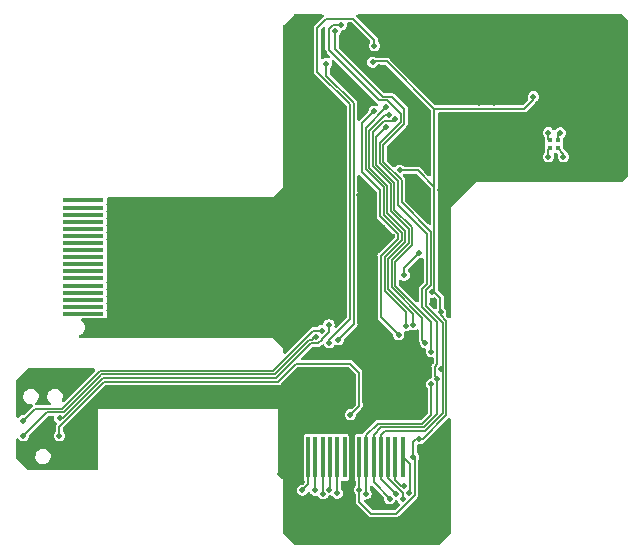
<source format=gbl>
G04 #@! TF.GenerationSoftware,KiCad,Pcbnew,7.0.5*
G04 #@! TF.CreationDate,2023-09-01T13:21:59+02:00*
G04 #@! TF.ProjectId,R1S_NRF,5231535f-4e52-4462-9e6b-696361645f70,v02*
G04 #@! TF.SameCoordinates,Original*
G04 #@! TF.FileFunction,Copper,L2,Bot*
G04 #@! TF.FilePolarity,Positive*
%FSLAX46Y46*%
G04 Gerber Fmt 4.6, Leading zero omitted, Abs format (unit mm)*
G04 Created by KiCad (PCBNEW 7.0.5) date 2023-09-01 13:21:59*
%MOMM*%
%LPD*%
G01*
G04 APERTURE LIST*
G04 #@! TA.AperFunction,ComponentPad*
%ADD10C,0.400000*%
G04 #@! TD*
G04 #@! TA.AperFunction,ComponentPad*
%ADD11R,3.500000X0.300000*%
G04 #@! TD*
G04 #@! TA.AperFunction,ComponentPad*
%ADD12C,0.500000*%
G04 #@! TD*
G04 #@! TA.AperFunction,SMDPad,CuDef*
%ADD13R,4.100000X4.100000*%
G04 #@! TD*
G04 #@! TA.AperFunction,SMDPad,CuDef*
%ADD14R,0.400000X0.400000*%
G04 #@! TD*
G04 #@! TA.AperFunction,ComponentPad*
%ADD15R,0.900000X0.500000*%
G04 #@! TD*
G04 #@! TA.AperFunction,SMDPad,CuDef*
%ADD16R,0.320000X3.500000*%
G04 #@! TD*
G04 #@! TA.AperFunction,ViaPad*
%ADD17C,0.500000*%
G04 #@! TD*
G04 #@! TA.AperFunction,ViaPad*
%ADD18C,0.508000*%
G04 #@! TD*
G04 #@! TA.AperFunction,Conductor*
%ADD19C,0.152400*%
G04 #@! TD*
G04 #@! TA.AperFunction,Conductor*
%ADD20C,0.150000*%
G04 #@! TD*
G04 APERTURE END LIST*
D10*
G04 #@! TO.P,U2,33,THERMAL_PAD*
G04 #@! TO.N,GND*
X204686000Y-79896000D03*
X205486000Y-79096000D03*
X205486000Y-79896000D03*
X205486000Y-80696000D03*
X206286000Y-79896000D03*
G04 #@! TD*
D11*
G04 #@! TO.P,J5,1,LCD_1*
G04 #@! TO.N,Net-(J5-LCD_1)*
X180086000Y-86470000D03*
G04 #@! TO.P,J5,2,LCD_2*
G04 #@! TO.N,Net-(J5-LCD_2)*
X180086000Y-85870000D03*
G04 #@! TO.P,J5,3,LCD_3*
G04 #@! TO.N,Net-(J5-LCD_3)*
X180086000Y-85270000D03*
G04 #@! TO.P,J5,4,LCD_4*
G04 #@! TO.N,Net-(J5-LCD_4)*
X180086000Y-84670000D03*
G04 #@! TO.P,J5,5,LCD_5*
G04 #@! TO.N,Net-(J5-LCD_5)*
X180086000Y-84070000D03*
G04 #@! TO.P,J5,6,LCD_6*
G04 #@! TO.N,Net-(J5-LCD_6)*
X180086000Y-83470000D03*
G04 #@! TO.P,J5,7,LCD_7*
G04 #@! TO.N,Net-(J5-LCD_7)*
X180086000Y-82870000D03*
G04 #@! TO.P,J5,8,LCD_8*
G04 #@! TO.N,Net-(J5-LCD_8)*
X180086000Y-82270000D03*
G04 #@! TO.P,J5,9,LCD_9*
G04 #@! TO.N,Net-(J5-LCD_9)*
X180086000Y-81670000D03*
G04 #@! TO.P,J5,10,LCD_10*
G04 #@! TO.N,Net-(J5-LCD_10)*
X180086000Y-81070000D03*
G04 #@! TO.P,J5,11,LCD_11*
G04 #@! TO.N,Net-(J5-LCD_11)*
X180086000Y-80470000D03*
G04 #@! TO.P,J5,12,LCD_12*
G04 #@! TO.N,unconnected-(J5-LCD_12-Pad12)*
X180086000Y-79870000D03*
G04 #@! TO.P,J5,13,LCD_13*
G04 #@! TO.N,unconnected-(J5-LCD_13-Pad13)*
X180086000Y-79270000D03*
G04 #@! TO.P,J5,14,LCD_14*
G04 #@! TO.N,unconnected-(J5-LCD_14-Pad14)*
X180086000Y-78670000D03*
G04 #@! TO.P,J5,15,LCD_15*
G04 #@! TO.N,unconnected-(J5-LCD_15-Pad15)*
X180086000Y-78070000D03*
G04 #@! TO.P,J5,16,LCD_16*
G04 #@! TO.N,unconnected-(J5-LCD_16-Pad16)*
X180086000Y-77470000D03*
G04 #@! TO.P,J5,17,LCD_17*
G04 #@! TO.N,unconnected-(J5-LCD_17-Pad17)*
X180086000Y-76870000D03*
G04 #@! TD*
D12*
G04 #@! TO.P,U1,49,VSS*
G04 #@! TO.N,GND*
X207540000Y-93748000D03*
X207540000Y-92548000D03*
X207540000Y-91348000D03*
X207540000Y-90148000D03*
X206340000Y-93748000D03*
X206340000Y-92548000D03*
X206340000Y-91348000D03*
X206340000Y-90148000D03*
D13*
X205740000Y-91948000D03*
D12*
X205140000Y-93748000D03*
X205140000Y-92548000D03*
X205140000Y-91348000D03*
X205140000Y-90148000D03*
X203940000Y-93748000D03*
X203940000Y-92548000D03*
X203940000Y-91348000D03*
X203940000Y-90148000D03*
G04 #@! TD*
D14*
G04 #@! TO.P,D1,1,COMM*
G04 #@! TO.N,/COMM*
X220264000Y-72436000D03*
G04 #@! TO.P,D1,2,R*
G04 #@! TO.N,Net-(D1-R)*
X220264000Y-71786000D03*
G04 #@! TO.P,D1,3,G*
G04 #@! TO.N,Net-(D1-G)*
X219614000Y-71786000D03*
G04 #@! TO.P,D1,4,B*
G04 #@! TO.N,Net-(D1-B)*
X219614000Y-72436000D03*
G04 #@! TD*
D15*
G04 #@! TO.P,AE1,2,Shield*
G04 #@! TO.N,GND*
X195648000Y-94234000D03*
G04 #@! TD*
D16*
G04 #@! TO.P,J4,1,C2P*
G04 #@! TO.N,Net-(J4-C2P)*
X199115144Y-98624400D03*
G04 #@! TO.P,J4,2,C2N*
G04 #@! TO.N,Net-(J4-C2N)*
X199730528Y-98624400D03*
G04 #@! TO.P,J4,3,C1P*
G04 #@! TO.N,Net-(J4-C1P)*
X200345912Y-98624400D03*
G04 #@! TO.P,J4,4,C1N*
G04 #@! TO.N,Net-(J4-C1N)*
X200961296Y-98624400D03*
G04 #@! TO.P,J4,5,VCC*
G04 #@! TO.N,+3V3*
X201576680Y-98624400D03*
G04 #@! TO.P,J4,6,VBREF*
G04 #@! TO.N,unconnected-(J4-VBREF-Pad6)*
X202192064Y-98624400D03*
G04 #@! TO.P,J4,7,VSS*
G04 #@! TO.N,GND*
X202807448Y-98624400D03*
G04 #@! TO.P,J4,8,VDD*
G04 #@! TO.N,+3V3*
X203422832Y-98624400D03*
G04 #@! TO.P,J4,9,~{RES}*
G04 #@! TO.N,/~{RES}*
X204038216Y-98624400D03*
G04 #@! TO.P,J4,10,SCL*
G04 #@! TO.N,/SCL*
X204653600Y-98624400D03*
G04 #@! TO.P,J4,11,SDA*
G04 #@! TO.N,/SDA*
X205268984Y-98624400D03*
G04 #@! TO.P,J4,12,IREF*
G04 #@! TO.N,Net-(J4-IREF)*
X205884368Y-98624400D03*
G04 #@! TO.P,J4,13,VCOMH*
G04 #@! TO.N,Net-(J4-VCOMH)*
X206499752Y-98624400D03*
G04 #@! TO.P,J4,14,VCC*
G04 #@! TO.N,Net-(C19-Pad1)*
X207115144Y-98624400D03*
G04 #@! TD*
D17*
G04 #@! TO.N,+3V3*
X206867135Y-74310865D03*
G04 #@! TO.N,GND*
X204978000Y-66802000D03*
X203962000Y-69342000D03*
X203200000Y-67818000D03*
X200412046Y-64278366D03*
G04 #@! TO.N,/INT1*
X200660000Y-65278000D03*
G04 #@! TO.N,/INT2*
X200914000Y-88900000D03*
G04 #@! TO.N,/INT1*
X201676012Y-88646017D03*
D18*
G04 #@! TO.N,GND*
X204470000Y-102362000D03*
G04 #@! TO.N,/COMM*
X220726000Y-73152000D03*
G04 #@! TO.N,Net-(D1-B)*
X219456000Y-73151988D03*
G04 #@! TO.N,Net-(D1-R)*
X220446687Y-71145309D03*
G04 #@! TO.N,Net-(D1-G)*
X219456000Y-71120000D03*
G04 #@! TO.N,/B*
X206459320Y-69975574D03*
G04 #@! TO.N,/COMM*
X205740000Y-70612000D03*
X209550000Y-89662000D03*
G04 #@! TO.N,/B*
X209042000Y-88900000D03*
G04 #@! TO.N,/G*
X205918679Y-69600508D03*
G04 #@! TO.N,/R*
X205698382Y-68980478D03*
G04 #@! TO.N,GND*
X207721200Y-83829935D03*
G04 #@! TO.N,/G*
X208026000Y-87376000D03*
G04 #@! TO.N,/R*
X207352291Y-87464291D03*
G04 #@! TO.N,/DVI*
X204690877Y-69308877D03*
X206782009Y-88230639D03*
G04 #@! TO.N,+3V3*
X218186000Y-68072000D03*
G04 #@! TO.N,GND*
X220218000Y-62992000D03*
X223774000Y-66040000D03*
X212090000Y-66827400D03*
X212598000Y-74168000D03*
X212598000Y-71120000D03*
X215557212Y-69621400D03*
X222504000Y-68580000D03*
X213614000Y-68580000D03*
X216916000Y-63500000D03*
X211836000Y-62738000D03*
X222250000Y-69596000D03*
X213360000Y-73152000D03*
X223774000Y-71628000D03*
X221488000Y-64516000D03*
X215479250Y-64998600D03*
X214884000Y-68580000D03*
X215138000Y-72898000D03*
X199390000Y-61722000D03*
X198882000Y-64008000D03*
X206455961Y-64313513D03*
X209550000Y-66827400D03*
X210566000Y-80010000D03*
X198374000Y-73406000D03*
X183642000Y-78994000D03*
X186944000Y-79502000D03*
X192532000Y-77724000D03*
X188722000Y-87884000D03*
X194056000Y-87630000D03*
X185928000Y-87884000D03*
X191262000Y-87884000D03*
X200914000Y-84328000D03*
X200152000Y-85852000D03*
X209804000Y-102616000D03*
X209804000Y-98044000D03*
X202438000Y-102362000D03*
X198374000Y-92456000D03*
X197358000Y-93726000D03*
X193040000Y-93218000D03*
X189230000Y-93218000D03*
X179070000Y-91948000D03*
X185928000Y-93033000D03*
X179832000Y-97790000D03*
X198628000Y-86868000D03*
X195326000Y-87630000D03*
X184404000Y-87630000D03*
X189738000Y-78740000D03*
X185420000Y-78486000D03*
X209575400Y-85598000D03*
G04 #@! TO.N,/SDA*
X201422000Y-62484000D03*
G04 #@! TO.N,/SCL*
X201929995Y-61976005D03*
G04 #@! TO.N,/INT2*
X204724000Y-63754000D03*
G04 #@! TO.N,+3V3*
X204582810Y-65160627D03*
G04 #@! TO.N,GND*
X202779250Y-64428750D03*
G04 #@! TO.N,/SDA*
X210337400Y-91136134D03*
G04 #@! TO.N,/SCL*
X210032600Y-91948000D03*
G04 #@! TO.N,/~{RES}*
X209550000Y-92442984D03*
G04 #@! TO.N,/SWDCLK*
X175006000Y-95504006D03*
G04 #@! TO.N,/SWDIO*
X175006000Y-96773994D03*
G04 #@! TO.N,+3V3*
X178054012Y-96774000D03*
G04 #@! TO.N,/RST*
X178093750Y-95289750D03*
G04 #@! TO.N,GND*
X201676000Y-75438000D03*
X206783800Y-72644000D03*
X206783800Y-73451382D03*
X209042000Y-75946000D03*
X210312000Y-75946000D03*
X207772000Y-75946000D03*
X204724000Y-76454000D03*
X203439245Y-76434550D03*
X201769962Y-76962000D03*
X201769962Y-78232000D03*
X201769962Y-79502000D03*
X201769962Y-80772000D03*
X201769962Y-82042000D03*
X201769962Y-83312000D03*
G04 #@! TO.N,+3V3*
X209611476Y-84618076D03*
X208026000Y-98552000D03*
X202692000Y-94996000D03*
X208534000Y-97028000D03*
X210322302Y-86349698D03*
G04 #@! TO.N,GND*
X208416050Y-76923550D03*
G04 #@! TO.N,Net-(U2-~{RESET})*
X208534000Y-81280000D03*
X207238600Y-83192455D03*
G04 #@! TO.N,GND*
X198374000Y-66802000D03*
X200929572Y-69786072D03*
X198374000Y-71374000D03*
X207773792Y-68707000D03*
X206328610Y-66992038D03*
X208280000Y-62230000D03*
X206248000Y-61722000D03*
X197866000Y-102616000D03*
X210582153Y-64434601D03*
X205090650Y-65582800D03*
X197866000Y-99314000D03*
G04 #@! TO.N,+3V3*
X201574400Y-101650800D03*
X203454000Y-101346000D03*
G04 #@! TO.N,/SWDIO*
X199785457Y-88468307D03*
G04 #@! TO.N,/RST*
X200866132Y-87387200D03*
G04 #@! TO.N,/SWDCLK*
X200250623Y-87884000D03*
G04 #@! TO.N,Net-(J4-C2N)*
X199694800Y-101396800D03*
G04 #@! TO.N,Net-(J4-C2P)*
X198628000Y-101396800D03*
G04 #@! TO.N,Net-(J4-C1N)*
X200914000Y-101346000D03*
G04 #@! TO.N,Net-(J4-C1P)*
X200355200Y-101701600D03*
G04 #@! TO.N,Net-(C19-Pad1)*
X207665449Y-101604456D03*
G04 #@! TO.N,Net-(J4-VCOMH)*
X207212821Y-101021963D03*
G04 #@! TO.N,/~{RES}*
X204012800Y-101701600D03*
G04 #@! TO.N,/SCL*
X206019400Y-102108000D03*
G04 #@! TO.N,/SDA*
X206576939Y-101754049D03*
G04 #@! TO.N,Net-(J4-IREF)*
X207126254Y-102120635D03*
G04 #@! TD*
D19*
G04 #@! TO.N,/SDA*
X201422000Y-64016527D02*
X201422000Y-62484000D01*
X206196576Y-68072000D02*
X205477473Y-68072000D01*
X205486000Y-72136000D02*
X207264000Y-70358000D01*
X205486000Y-73603179D02*
X205486000Y-72136000D01*
X207018600Y-75135779D02*
X205486000Y-73603179D01*
X207018600Y-77036687D02*
X207018600Y-75135779D01*
X209499200Y-84047852D02*
X209499200Y-79517287D01*
X209092800Y-84454252D02*
X209499200Y-84047852D01*
X209092800Y-85802696D02*
X209092800Y-84454252D01*
X210515200Y-87225096D02*
X209092800Y-85802696D01*
X210515200Y-90958334D02*
X210515200Y-87225096D01*
X210337400Y-91136134D02*
X210515200Y-90958334D01*
G04 #@! TO.N,/SCL*
X201247495Y-61976005D02*
X201929995Y-61976005D01*
X200865600Y-62357900D02*
X201247495Y-61976005D01*
X200865600Y-64133258D02*
X200865600Y-62357900D01*
G04 #@! TO.N,/SDA*
X205477473Y-68072000D02*
X201422000Y-64016527D01*
G04 #@! TO.N,/SCL*
X205814266Y-68400266D02*
X205132608Y-68400266D01*
X206961600Y-69547600D02*
X205814266Y-68400266D01*
G04 #@! TO.N,/SDA*
X207264000Y-70358000D02*
X207264000Y-69139424D01*
G04 #@! TO.N,/SCL*
X206961600Y-70232742D02*
X206961600Y-69547600D01*
X206716200Y-75261037D02*
X205183600Y-73728437D01*
X206716200Y-77249754D02*
X206716200Y-75261037D01*
G04 #@! TO.N,/SDA*
X209499200Y-79517287D02*
X207018600Y-77036687D01*
G04 #@! TO.N,/SCL*
X209194400Y-79727954D02*
X206716200Y-77249754D01*
X209194400Y-83921600D02*
X209194400Y-79727954D01*
X205132608Y-68400266D02*
X200865600Y-64133258D01*
X208788000Y-84328000D02*
X209194400Y-83921600D01*
X208788000Y-85928948D02*
X208788000Y-84328000D01*
X210058000Y-87198948D02*
X208788000Y-85928948D01*
X209854800Y-90936234D02*
X210058000Y-90733034D01*
G04 #@! TO.N,/COMM*
X204881200Y-71470800D02*
X205740000Y-70612000D01*
X204881200Y-73853695D02*
X204881200Y-71470800D01*
X206413800Y-75386295D02*
X204881200Y-73853695D01*
G04 #@! TO.N,/SCL*
X205183600Y-73728437D02*
X205183600Y-72010742D01*
G04 #@! TO.N,/COMM*
X207933800Y-80610200D02*
X207933800Y-79155800D01*
X206502000Y-82042000D02*
X207933800Y-80610200D01*
X206413800Y-77635800D02*
X206413800Y-75386295D01*
X209550000Y-89662000D02*
X209550000Y-87122000D01*
G04 #@! TO.N,/SCL*
X210032600Y-91948000D02*
X209854800Y-91770200D01*
G04 #@! TO.N,/B*
X206303094Y-70131800D02*
X206459320Y-69975574D01*
X205541094Y-70131800D02*
X206303094Y-70131800D01*
X204578800Y-71094094D02*
X205541094Y-70131800D01*
X204578800Y-73978953D02*
X204578800Y-71094094D01*
X206111400Y-75511553D02*
X204578800Y-73978953D01*
X206111400Y-77764452D02*
X206111400Y-75511553D01*
X206197200Y-81915748D02*
X207629000Y-80483948D01*
X208788000Y-86791052D02*
X206197200Y-84200252D01*
G04 #@! TO.N,/SCL*
X209854800Y-91770200D02*
X209854800Y-90936234D01*
G04 #@! TO.N,/B*
X208788000Y-88646000D02*
X208788000Y-86791052D01*
X209042000Y-88900000D02*
X208788000Y-88646000D01*
G04 #@! TO.N,/G*
X205644728Y-69600508D02*
X205918679Y-69600508D01*
X204276400Y-70968836D02*
X205644728Y-69600508D01*
X204276400Y-74104211D02*
X204276400Y-70968836D01*
X205809000Y-75636811D02*
X204276400Y-74104211D01*
X207324200Y-80357696D02*
X207324200Y-79465964D01*
X205892400Y-84380296D02*
X205892400Y-81789496D01*
G04 #@! TO.N,/SDA*
X207264000Y-69139424D02*
X206196576Y-68072000D01*
G04 #@! TO.N,/G*
X208026000Y-86513896D02*
X205892400Y-84380296D01*
G04 #@! TO.N,/COMM*
X206502000Y-84074000D02*
X206502000Y-82042000D01*
G04 #@! TO.N,/R*
X203974000Y-70704860D02*
X205698382Y-68980478D01*
X207019400Y-79592216D02*
X205506600Y-78079416D01*
G04 #@! TO.N,/B*
X207629000Y-79282052D02*
X206111400Y-77764452D01*
G04 #@! TO.N,/R*
X205587600Y-84506548D02*
X205587600Y-81663244D01*
X207352291Y-87464291D02*
X207352291Y-86271239D01*
G04 #@! TO.N,/DVI*
X203671600Y-70328154D02*
X204690877Y-69308877D01*
X203671600Y-74468494D02*
X203671600Y-70328154D01*
X205204200Y-76001094D02*
X203671600Y-74468494D01*
G04 #@! TO.N,/R*
X205506600Y-75762069D02*
X203974000Y-74229469D01*
G04 #@! TO.N,/DVI*
X205282800Y-86731430D02*
X205282800Y-81536992D01*
G04 #@! TO.N,/G*
X205892400Y-81789496D02*
X207324200Y-80357696D01*
G04 #@! TO.N,/DVI*
X206782009Y-88230639D02*
X205282800Y-86731430D01*
G04 #@! TO.N,/G*
X208026000Y-87376000D02*
X208026000Y-86513896D01*
G04 #@! TO.N,/SCL*
X210058000Y-90733034D02*
X210058000Y-87198948D01*
G04 #@! TO.N,/G*
X207324200Y-79465964D02*
X205809000Y-77950764D01*
G04 #@! TO.N,/DVI*
X205204200Y-78208068D02*
X205204200Y-76001094D01*
G04 #@! TO.N,/R*
X207019400Y-80231444D02*
X207019400Y-79592216D01*
G04 #@! TO.N,/DVI*
X206714600Y-80105192D02*
X206714600Y-79718468D01*
G04 #@! TO.N,/COMM*
X207933800Y-79155800D02*
X206413800Y-77635800D01*
G04 #@! TO.N,/SCL*
X205183600Y-72010742D02*
X206961600Y-70232742D01*
G04 #@! TO.N,/G*
X205809000Y-77950764D02*
X205809000Y-75636811D01*
G04 #@! TO.N,/DVI*
X206714600Y-79718468D02*
X205204200Y-78208068D01*
G04 #@! TO.N,/COMM*
X209550000Y-87122000D02*
X206502000Y-84074000D01*
G04 #@! TO.N,/B*
X207629000Y-80483948D02*
X207629000Y-79282052D01*
G04 #@! TO.N,/R*
X207352291Y-86271239D02*
X205587600Y-84506548D01*
G04 #@! TO.N,/B*
X206197200Y-84200252D02*
X206197200Y-81915748D01*
G04 #@! TO.N,/R*
X205506600Y-78079416D02*
X205506600Y-75762069D01*
X205587600Y-81663244D02*
X207019400Y-80231444D01*
G04 #@! TO.N,/DVI*
X205282800Y-81536992D02*
X206714600Y-80105192D01*
G04 #@! TO.N,/R*
X203974000Y-74229469D02*
X203974000Y-70704860D01*
D20*
G04 #@! TO.N,+3V3*
X208422865Y-74310865D02*
X206867135Y-74310865D01*
X209804000Y-75692000D02*
X208422865Y-74310865D01*
D19*
G04 #@! TO.N,/~{RES}*
X209550000Y-94996000D02*
X209550000Y-92442984D01*
X208775892Y-95770108D02*
X209550000Y-94996000D01*
X204990108Y-95770108D02*
X208775892Y-95770108D01*
X204038216Y-96722000D02*
X204990108Y-95770108D01*
X204038216Y-98624400D02*
X204038216Y-96722000D01*
G04 #@! TO.N,+3V3*
X209804000Y-75692000D02*
X209804000Y-69088000D01*
X209804000Y-84582000D02*
X209804000Y-75692000D01*
D20*
G04 #@! TO.N,/INT2*
X204724000Y-63246000D02*
X204724000Y-63754000D01*
X200660000Y-61468000D02*
X202946000Y-61468000D01*
X199898000Y-62230000D02*
X200660000Y-61468000D01*
X199898000Y-65956264D02*
X199898000Y-62230000D01*
X202660245Y-68718509D02*
X199898000Y-65956264D01*
X202660245Y-86899755D02*
X202660245Y-68718509D01*
X200914000Y-88646000D02*
X202660245Y-86899755D01*
X200914000Y-88900000D02*
X200914000Y-88646000D01*
G04 #@! TO.N,/INT1*
X200660000Y-66294000D02*
X200660000Y-65278000D01*
X202992000Y-68626000D02*
X200660000Y-66294000D01*
X202992000Y-76204386D02*
X202992000Y-68626000D01*
X202960245Y-76236141D02*
X202992000Y-76204386D01*
X202960245Y-76632959D02*
X202960245Y-76236141D01*
X202992000Y-87330029D02*
X202992000Y-76664714D01*
X201676012Y-88646017D02*
X202992000Y-87330029D01*
G04 #@! TO.N,/INT2*
X202946000Y-61468000D02*
X204724000Y-63246000D01*
G04 #@! TO.N,/INT1*
X202992000Y-76664714D02*
X202960245Y-76632959D01*
D19*
G04 #@! TO.N,+3V3*
X204643237Y-65100200D02*
X204582810Y-65160627D01*
X205816200Y-65100200D02*
X204643237Y-65100200D01*
X209804000Y-69088000D02*
X205816200Y-65100200D01*
X218186000Y-68326000D02*
X218186000Y-68072000D01*
X217424000Y-69088000D02*
X218186000Y-68326000D01*
X209804000Y-69088000D02*
X217424000Y-69088000D01*
X203454000Y-102362000D02*
X203454000Y-101346000D01*
X208148049Y-98674049D02*
X208148049Y-101804356D01*
X208148049Y-101804356D02*
X206574405Y-103378000D01*
X204470000Y-103378000D02*
X203454000Y-102362000D01*
X208026000Y-98552000D02*
X208148049Y-98674049D01*
X206574405Y-103378000D02*
X204470000Y-103378000D01*
X181864000Y-92202000D02*
X178054012Y-96011988D01*
X202692000Y-90678000D02*
X198120000Y-90678000D01*
X203454000Y-91440000D02*
X202692000Y-90678000D01*
X198120000Y-90678000D02*
X196596000Y-92202000D01*
X203454000Y-94234000D02*
X203454000Y-91440000D01*
X202692000Y-94996000D02*
X203454000Y-94234000D01*
X196596000Y-92202000D02*
X181864000Y-92202000D01*
X178054012Y-96011988D02*
X178054012Y-96774000D01*
G04 #@! TO.N,/SWDCLK*
X176007656Y-94502350D02*
X175006000Y-95504006D01*
X181339632Y-91440000D02*
X181332844Y-91440000D01*
X181484832Y-91294800D02*
X181339632Y-91440000D01*
G04 #@! TO.N,/SWDIO*
X199582043Y-88468307D02*
X199785457Y-88468307D01*
X199404243Y-88646107D02*
X199582043Y-88468307D01*
G04 #@! TO.N,/SWDCLK*
X178270494Y-94502350D02*
X176007656Y-94502350D01*
G04 #@! TO.N,/SWDIO*
X199216235Y-88646107D02*
X199404243Y-88646107D01*
X196265142Y-91597200D02*
X199216235Y-88646107D01*
X181610090Y-91597200D02*
X196265142Y-91597200D01*
X181464890Y-91742400D02*
X181610090Y-91597200D01*
X178396746Y-94807150D02*
X181461496Y-91742400D01*
G04 #@! TO.N,/SWDCLK*
X199550684Y-87884000D02*
X196139884Y-91294800D01*
G04 #@! TO.N,/SWDIO*
X176972844Y-94807150D02*
X178396746Y-94807150D01*
G04 #@! TO.N,/RST*
X200265657Y-88620892D02*
X200866132Y-88020417D01*
X200265657Y-88667213D02*
X200265657Y-88620892D01*
X199984363Y-88948507D02*
X200265657Y-88667213D01*
G04 #@! TO.N,/SWDCLK*
X196139884Y-91294800D02*
X181484832Y-91294800D01*
G04 #@! TO.N,/RST*
X196390400Y-91899600D02*
X199341493Y-88948507D01*
X178345198Y-95289750D02*
X181686948Y-91948000D01*
G04 #@! TO.N,/SWDCLK*
X200250623Y-87884000D02*
X199550684Y-87884000D01*
G04 #@! TO.N,/RST*
X178093750Y-95289750D02*
X178345198Y-95289750D01*
G04 #@! TO.N,/SWDIO*
X181461496Y-91742400D02*
X181464890Y-91742400D01*
G04 #@! TO.N,/RST*
X200866132Y-88020417D02*
X200866132Y-87387200D01*
X181738742Y-91899600D02*
X196390400Y-91899600D01*
X181690342Y-91948000D02*
X181738742Y-91899600D01*
G04 #@! TO.N,/SWDIO*
X175006000Y-96773994D02*
X176972844Y-94807150D01*
G04 #@! TO.N,/SWDCLK*
X181332844Y-91440000D02*
X178270494Y-94502350D01*
G04 #@! TO.N,/RST*
X181686948Y-91948000D02*
X181690342Y-91948000D01*
X199341493Y-88948507D02*
X199984363Y-88948507D01*
G04 #@! TO.N,+3V3*
X203422832Y-101314832D02*
X203422832Y-98624400D01*
G04 #@! TO.N,Net-(J4-IREF)*
X205884368Y-98624400D02*
X205884368Y-100376010D01*
G04 #@! TO.N,/SDA*
X205268984Y-100446094D02*
X206576939Y-101754049D01*
X205268984Y-98624400D02*
X205268984Y-100446094D01*
G04 #@! TO.N,/SCL*
X204653600Y-100742200D02*
X206019400Y-102108000D01*
X204653600Y-98624400D02*
X204653600Y-100742200D01*
G04 #@! TO.N,Net-(J4-IREF)*
X207126254Y-101617896D02*
X207126254Y-102120635D01*
X205884368Y-100376010D02*
X207126254Y-101617896D01*
G04 #@! TO.N,Net-(J4-VCOMH)*
X206499752Y-100526800D02*
X206994915Y-101021963D01*
X206499752Y-98624400D02*
X206499752Y-100526800D01*
X206994915Y-101021963D02*
X207212821Y-101021963D01*
G04 #@! TO.N,Net-(C19-Pad1)*
X207695421Y-101574484D02*
X207665449Y-101604456D01*
X207115144Y-98624400D02*
X207695421Y-99204677D01*
X207695421Y-99204677D02*
X207695421Y-101574484D01*
G04 #@! TO.N,/COMM*
X220726000Y-72898000D02*
X220264000Y-72436000D01*
X220726000Y-73152000D02*
X220726000Y-72898000D01*
G04 #@! TO.N,Net-(D1-R)*
X220264000Y-71327996D02*
X220446687Y-71145309D01*
X220264000Y-71786000D02*
X220264000Y-71327996D01*
G04 #@! TO.N,Net-(D1-G)*
X219456000Y-71628000D02*
X219614000Y-71786000D01*
X219456000Y-71120000D02*
X219456000Y-71628000D01*
G04 #@! TO.N,Net-(D1-B)*
X219456000Y-72594000D02*
X219614000Y-72436000D01*
X219456000Y-73151988D02*
X219456000Y-72594000D01*
G04 #@! TO.N,+3V3*
X210322302Y-86601146D02*
X210322302Y-86349698D01*
X210820000Y-87098844D02*
X210322302Y-86601146D01*
X210820000Y-95019156D02*
X210820000Y-87098844D01*
X208811156Y-97028000D02*
X210820000Y-95019156D01*
X208534000Y-97028000D02*
X208811156Y-97028000D01*
G04 #@! TO.N,Net-(U2-~{RESET})*
X208534000Y-81280000D02*
X207238600Y-82575400D01*
X207238600Y-82575400D02*
X207238600Y-83192455D01*
G04 #@! TO.N,/SDA*
X210515200Y-91313934D02*
X210337400Y-91136134D01*
X210515200Y-94892904D02*
X210515200Y-91313934D01*
X209028396Y-96379708D02*
X210515200Y-94892904D01*
X205611276Y-96379708D02*
X209028396Y-96379708D01*
X205268984Y-98624400D02*
X205268984Y-96722000D01*
X205268984Y-96722000D02*
X205611276Y-96379708D01*
G04 #@! TO.N,/SCL*
X210032600Y-94944452D02*
X210032600Y-91948000D01*
X205300692Y-96074908D02*
X208902144Y-96074908D01*
X204653600Y-96722000D02*
X205300692Y-96074908D01*
X204653600Y-98624400D02*
X204653600Y-96722000D01*
X208902144Y-96074908D02*
X210032600Y-94944452D01*
G04 #@! TO.N,+3V3*
X209647552Y-84582000D02*
X209611476Y-84618076D01*
X209804000Y-84582000D02*
X209647552Y-84582000D01*
X208026000Y-97282000D02*
X208280000Y-97028000D01*
X208026000Y-98552000D02*
X208026000Y-97282000D01*
X208280000Y-97028000D02*
X208534000Y-97028000D01*
X210312000Y-85090000D02*
X210312000Y-86360000D01*
X209804000Y-84582000D02*
X210312000Y-85090000D01*
X201576680Y-101648520D02*
X201576680Y-98624400D01*
X201574400Y-101650800D02*
X201576680Y-101648520D01*
X203454000Y-101346000D02*
X203422832Y-101314832D01*
G04 #@! TO.N,Net-(J4-C2N)*
X199730528Y-101361072D02*
X199730528Y-98624400D01*
X199694800Y-101396800D02*
X199730528Y-101361072D01*
G04 #@! TO.N,Net-(J4-C2P)*
X198628000Y-101396800D02*
X199115144Y-100909656D01*
X199115144Y-100909656D02*
X199115144Y-98624400D01*
G04 #@! TO.N,Net-(J4-C1N)*
X200961296Y-101298704D02*
X200961296Y-98624400D01*
X200914000Y-101346000D02*
X200961296Y-101298704D01*
G04 #@! TO.N,Net-(J4-C1P)*
X200345912Y-101692312D02*
X200345912Y-98624400D01*
X200355200Y-101701600D02*
X200345912Y-101692312D01*
G04 #@! TO.N,/~{RES}*
X204038216Y-101676184D02*
X204038216Y-98624400D01*
X204012800Y-101701600D02*
X204038216Y-101676184D01*
G04 #@! TD*
G04 #@! TA.AperFunction,Conductor*
G04 #@! TO.N,GND*
G36*
X203492703Y-74709640D02*
G01*
X203499181Y-74715672D01*
X204871181Y-76087672D01*
X204904666Y-76148995D01*
X204907500Y-76175353D01*
X204907500Y-78145966D01*
X204906905Y-78154542D01*
X204905255Y-78166366D01*
X204907434Y-78213500D01*
X204907500Y-78216363D01*
X204907500Y-78235556D01*
X204907501Y-78235569D01*
X204907976Y-78238110D01*
X204908965Y-78246640D01*
X204910378Y-78277176D01*
X204913068Y-78283269D01*
X204921521Y-78310564D01*
X204922743Y-78317104D01*
X204922744Y-78317106D01*
X204938829Y-78343085D01*
X204942837Y-78350688D01*
X204952342Y-78372215D01*
X204955184Y-78378650D01*
X204959887Y-78383353D01*
X204977631Y-78405753D01*
X204981135Y-78411412D01*
X204981136Y-78411413D01*
X204981138Y-78411416D01*
X205005527Y-78429833D01*
X205012004Y-78435469D01*
X205761869Y-79185334D01*
X206381581Y-79805046D01*
X206415066Y-79866369D01*
X206417900Y-79892730D01*
X206417899Y-79930934D01*
X206398213Y-79997973D01*
X206381580Y-80018612D01*
X205116910Y-81283283D01*
X205110427Y-81288925D01*
X205100901Y-81296118D01*
X205069125Y-81330973D01*
X205067151Y-81333042D01*
X205053560Y-81346634D01*
X205053557Y-81346637D01*
X205052083Y-81348789D01*
X205046759Y-81355508D01*
X205026170Y-81378094D01*
X205026168Y-81378097D01*
X205023762Y-81384309D01*
X205010444Y-81409576D01*
X205006680Y-81415070D01*
X205006679Y-81415073D01*
X204999684Y-81444814D01*
X204997142Y-81453021D01*
X204986100Y-81481527D01*
X204986100Y-81488186D01*
X204982806Y-81516575D01*
X204981283Y-81523047D01*
X204981283Y-81523052D01*
X204985505Y-81553316D01*
X204986100Y-81561892D01*
X204986100Y-86669328D01*
X204985505Y-86677904D01*
X204983855Y-86689728D01*
X204986034Y-86736862D01*
X204986100Y-86739725D01*
X204986100Y-86758918D01*
X204986101Y-86758931D01*
X204986576Y-86761472D01*
X204987565Y-86770002D01*
X204988978Y-86800538D01*
X204991668Y-86806631D01*
X205000121Y-86833926D01*
X205001343Y-86840466D01*
X205001344Y-86840468D01*
X205017429Y-86866447D01*
X205021437Y-86874050D01*
X205033784Y-86902012D01*
X205038487Y-86906715D01*
X205056231Y-86929115D01*
X205059735Y-86934774D01*
X205059736Y-86934775D01*
X205059738Y-86934778D01*
X205081408Y-86951142D01*
X205084127Y-86953195D01*
X205090604Y-86958831D01*
X205699434Y-87567661D01*
X206266311Y-88134538D01*
X206299796Y-88195861D01*
X206302630Y-88222219D01*
X206302630Y-88230638D01*
X206322047Y-88365695D01*
X206372338Y-88475815D01*
X206378730Y-88489811D01*
X206450729Y-88572901D01*
X206468084Y-88592930D01*
X206468087Y-88592932D01*
X206582861Y-88666693D01*
X206582863Y-88666693D01*
X206582868Y-88666697D01*
X206713786Y-88705139D01*
X206850232Y-88705139D01*
X206981150Y-88666697D01*
X207095935Y-88592929D01*
X207185288Y-88489811D01*
X207241970Y-88365696D01*
X207261388Y-88230639D01*
X207241970Y-88095582D01*
X207240708Y-88086804D01*
X207242599Y-88086532D01*
X207242601Y-88027852D01*
X207280377Y-87969075D01*
X207343934Y-87940053D01*
X207361577Y-87938791D01*
X207420514Y-87938791D01*
X207551432Y-87900349D01*
X207666217Y-87826581D01*
X207666221Y-87826575D01*
X207672917Y-87820775D01*
X207675128Y-87823327D01*
X207720126Y-87794383D01*
X207789995Y-87794355D01*
X207822146Y-87809029D01*
X207826859Y-87812058D01*
X207957777Y-87850500D01*
X208094223Y-87850500D01*
X208225141Y-87812058D01*
X208300259Y-87763782D01*
X208367300Y-87744097D01*
X208434339Y-87763782D01*
X208480094Y-87816585D01*
X208491300Y-87868097D01*
X208491300Y-88583898D01*
X208490705Y-88592474D01*
X208489055Y-88604298D01*
X208491234Y-88651432D01*
X208491300Y-88654295D01*
X208491300Y-88673488D01*
X208491301Y-88673501D01*
X208491776Y-88676042D01*
X208492765Y-88684572D01*
X208494178Y-88715108D01*
X208496868Y-88721201D01*
X208505321Y-88748496D01*
X208506543Y-88755036D01*
X208506544Y-88755038D01*
X208522629Y-88781017D01*
X208526637Y-88788620D01*
X208538984Y-88816582D01*
X208541117Y-88819696D01*
X208543250Y-88826244D01*
X208543624Y-88827090D01*
X208543538Y-88827127D01*
X208562762Y-88886129D01*
X208562479Y-88891132D01*
X208562621Y-88891132D01*
X208562621Y-88899999D01*
X208582038Y-89035056D01*
X208637725Y-89156992D01*
X208638721Y-89159172D01*
X208713272Y-89245207D01*
X208728075Y-89262291D01*
X208728078Y-89262293D01*
X208842852Y-89336054D01*
X208842854Y-89336054D01*
X208842859Y-89336058D01*
X208973777Y-89374500D01*
X208973778Y-89374500D01*
X208982553Y-89375762D01*
X208982184Y-89378325D01*
X209036195Y-89394185D01*
X209081950Y-89446989D01*
X209091894Y-89516147D01*
X209091001Y-89520247D01*
X209070621Y-89662000D01*
X209090038Y-89797056D01*
X209146719Y-89921168D01*
X209146722Y-89921173D01*
X209236075Y-90024291D01*
X209236078Y-90024293D01*
X209350852Y-90098054D01*
X209350854Y-90098054D01*
X209350859Y-90098058D01*
X209481777Y-90136500D01*
X209618223Y-90136500D01*
X209619649Y-90136295D01*
X209621075Y-90136500D01*
X209627092Y-90136500D01*
X209627091Y-90137364D01*
X209688808Y-90146236D01*
X209741613Y-90191989D01*
X209761300Y-90259028D01*
X209761300Y-90558772D01*
X209741615Y-90625811D01*
X209724980Y-90646455D01*
X209688909Y-90682525D01*
X209682428Y-90688164D01*
X209672903Y-90695358D01*
X209641115Y-90730227D01*
X209639158Y-90732276D01*
X209625561Y-90745874D01*
X209625557Y-90745879D01*
X209624083Y-90748031D01*
X209618759Y-90754750D01*
X209598170Y-90777336D01*
X209598168Y-90777339D01*
X209595762Y-90783551D01*
X209582444Y-90808818D01*
X209578680Y-90814312D01*
X209578679Y-90814315D01*
X209571684Y-90844056D01*
X209569142Y-90852263D01*
X209558100Y-90880769D01*
X209558100Y-90887428D01*
X209554806Y-90915817D01*
X209553283Y-90922294D01*
X209557504Y-90952563D01*
X209558099Y-90961130D01*
X209558099Y-91708096D01*
X209557504Y-91716669D01*
X209555855Y-91728494D01*
X209558034Y-91775632D01*
X209558100Y-91778495D01*
X209558100Y-91797688D01*
X209558101Y-91797701D01*
X209558576Y-91800242D01*
X209559565Y-91808773D01*
X209561312Y-91846538D01*
X209544745Y-91914415D01*
X209494111Y-91962560D01*
X209472380Y-91971243D01*
X209350859Y-92006926D01*
X209350852Y-92006929D01*
X209236078Y-92080690D01*
X209236075Y-92080692D01*
X209146722Y-92183810D01*
X209146719Y-92183815D01*
X209090038Y-92307927D01*
X209070621Y-92442984D01*
X209090038Y-92578040D01*
X209146719Y-92702152D01*
X209146722Y-92702157D01*
X209223013Y-92790201D01*
X209252038Y-92853757D01*
X209253300Y-92871404D01*
X209253300Y-94821739D01*
X209233615Y-94888778D01*
X209216981Y-94909420D01*
X208689313Y-95437089D01*
X208627990Y-95470574D01*
X208601632Y-95473408D01*
X205052209Y-95473408D01*
X205043633Y-95472813D01*
X205031809Y-95471163D01*
X205031808Y-95471163D01*
X204984675Y-95473342D01*
X204981812Y-95473408D01*
X204962617Y-95473408D01*
X204962614Y-95473408D01*
X204962605Y-95473409D01*
X204960058Y-95473885D01*
X204951534Y-95474873D01*
X204921002Y-95476285D01*
X204914902Y-95478979D01*
X204887612Y-95487429D01*
X204881070Y-95488651D01*
X204855084Y-95504740D01*
X204847484Y-95508746D01*
X204819526Y-95521091D01*
X204814814Y-95525803D01*
X204792424Y-95543538D01*
X204786764Y-95547042D01*
X204786758Y-95547047D01*
X204768340Y-95571436D01*
X204762699Y-95577919D01*
X203872326Y-96468290D01*
X203865845Y-96473931D01*
X203856317Y-96481126D01*
X203824530Y-96515993D01*
X203822556Y-96518060D01*
X203808977Y-96531640D01*
X203808973Y-96531645D01*
X203807499Y-96533797D01*
X203802175Y-96540516D01*
X203781586Y-96563102D01*
X203781584Y-96563105D01*
X203779178Y-96569317D01*
X203765856Y-96594591D01*
X203756999Y-96607521D01*
X203702873Y-96651704D01*
X203633452Y-96659611D01*
X203630509Y-96659063D01*
X203604551Y-96653900D01*
X203241115Y-96653900D01*
X203176796Y-96666693D01*
X203176793Y-96666694D01*
X203103860Y-96715427D01*
X203055124Y-96788366D01*
X203055123Y-96788367D01*
X203042332Y-96852676D01*
X203042332Y-100396117D01*
X203055125Y-100460435D01*
X203055126Y-100460438D01*
X203105234Y-100535428D01*
X203126112Y-100602105D01*
X203126132Y-100604319D01*
X203126132Y-100953549D01*
X203106447Y-101020588D01*
X203095845Y-101034751D01*
X203050723Y-101086823D01*
X203050720Y-101086829D01*
X202994038Y-101210943D01*
X202974621Y-101345999D01*
X202994038Y-101481056D01*
X203050719Y-101605168D01*
X203050721Y-101605172D01*
X203061864Y-101618032D01*
X203127013Y-101693217D01*
X203156038Y-101756773D01*
X203157300Y-101774420D01*
X203157300Y-102299898D01*
X203156705Y-102308474D01*
X203155055Y-102320298D01*
X203157234Y-102367432D01*
X203157300Y-102370295D01*
X203157300Y-102389488D01*
X203157301Y-102389501D01*
X203157776Y-102392042D01*
X203158765Y-102400572D01*
X203160178Y-102431108D01*
X203162868Y-102437201D01*
X203171321Y-102464496D01*
X203172543Y-102471036D01*
X203172544Y-102471038D01*
X203188629Y-102497017D01*
X203192637Y-102504620D01*
X203204984Y-102532582D01*
X203209687Y-102537285D01*
X203227431Y-102559685D01*
X203230935Y-102565344D01*
X203230936Y-102565345D01*
X203230938Y-102565348D01*
X203255327Y-102583765D01*
X203261804Y-102589401D01*
X203750869Y-103078466D01*
X204216288Y-103543885D01*
X204221932Y-103550371D01*
X204229125Y-103559897D01*
X204229126Y-103559898D01*
X204229127Y-103559899D01*
X204264004Y-103591694D01*
X204266066Y-103593663D01*
X204279641Y-103607238D01*
X204281773Y-103608698D01*
X204288507Y-103614031D01*
X204311102Y-103634629D01*
X204311103Y-103634629D01*
X204311104Y-103634630D01*
X204317312Y-103637035D01*
X204342588Y-103650357D01*
X204348081Y-103654120D01*
X204363603Y-103657771D01*
X204377824Y-103661116D01*
X204386037Y-103663659D01*
X204414536Y-103674700D01*
X204414537Y-103674700D01*
X204421194Y-103674700D01*
X204449584Y-103677993D01*
X204456060Y-103679517D01*
X204486327Y-103675294D01*
X204494901Y-103674700D01*
X206512304Y-103674700D01*
X206520880Y-103675295D01*
X206532698Y-103676943D01*
X206532704Y-103676945D01*
X206573208Y-103675072D01*
X206579838Y-103674766D01*
X206582701Y-103674700D01*
X206601893Y-103674700D01*
X206601896Y-103674700D01*
X206604443Y-103674223D01*
X206612978Y-103673233D01*
X206643511Y-103671822D01*
X206649602Y-103669132D01*
X206676904Y-103660677D01*
X206683442Y-103659456D01*
X206709427Y-103643365D01*
X206717015Y-103639366D01*
X206744985Y-103627017D01*
X206749685Y-103622316D01*
X206772094Y-103604564D01*
X206777753Y-103601062D01*
X206796175Y-103576665D01*
X206801798Y-103570202D01*
X208313938Y-102058062D01*
X208320421Y-102052422D01*
X208329945Y-102045230D01*
X208329948Y-102045229D01*
X208361743Y-102010349D01*
X208363691Y-102008309D01*
X208377287Y-101994715D01*
X208378754Y-101992572D01*
X208384069Y-101985859D01*
X208404678Y-101963254D01*
X208407084Y-101957041D01*
X208420410Y-101931759D01*
X208424169Y-101926274D01*
X208431166Y-101896523D01*
X208433702Y-101888332D01*
X208444749Y-101859819D01*
X208444749Y-101853166D01*
X208448043Y-101824773D01*
X208449567Y-101818296D01*
X208445344Y-101788028D01*
X208444748Y-101779450D01*
X208444748Y-100396117D01*
X208444748Y-98804266D01*
X208455953Y-98752762D01*
X208485961Y-98687057D01*
X208505379Y-98552000D01*
X208485961Y-98416943D01*
X208429279Y-98292828D01*
X208352987Y-98204783D01*
X208323962Y-98141227D01*
X208322700Y-98123580D01*
X208322700Y-97625032D01*
X208342385Y-97557993D01*
X208395189Y-97512238D01*
X208456908Y-97503363D01*
X208456908Y-97502500D01*
X208462914Y-97502500D01*
X208464347Y-97502294D01*
X208464351Y-97502295D01*
X208465777Y-97502500D01*
X208602223Y-97502500D01*
X208733141Y-97464058D01*
X208847926Y-97390290D01*
X208903020Y-97326706D01*
X208931454Y-97302483D01*
X208946183Y-97293363D01*
X208953772Y-97289363D01*
X208981736Y-97277017D01*
X208986436Y-97272316D01*
X209008845Y-97254564D01*
X209014504Y-97251062D01*
X209032926Y-97226665D01*
X209038549Y-97220202D01*
X210965820Y-95292931D01*
X211027141Y-95259448D01*
X211096833Y-95264432D01*
X211152766Y-95306304D01*
X211177183Y-95371768D01*
X211177499Y-95380614D01*
X211177499Y-105042299D01*
X211157814Y-105109338D01*
X211141180Y-105129980D01*
X210285980Y-105985181D01*
X210224657Y-106018666D01*
X210198299Y-106021500D01*
X197979701Y-106021500D01*
X197912662Y-106001815D01*
X197892020Y-105985181D01*
X197036819Y-105129979D01*
X197003334Y-105068656D01*
X197000500Y-105042298D01*
X197000500Y-101396799D01*
X198148621Y-101396799D01*
X198168038Y-101531856D01*
X198207394Y-101618032D01*
X198224721Y-101655972D01*
X198279648Y-101719360D01*
X198314075Y-101759091D01*
X198314078Y-101759093D01*
X198428852Y-101832854D01*
X198428854Y-101832854D01*
X198428859Y-101832858D01*
X198559777Y-101871300D01*
X198696223Y-101871300D01*
X198827141Y-101832858D01*
X198941926Y-101759090D01*
X199031279Y-101655972D01*
X199048606Y-101618030D01*
X199094360Y-101565228D01*
X199161400Y-101545543D01*
X199228439Y-101565227D01*
X199274193Y-101618030D01*
X199291521Y-101655972D01*
X199346448Y-101719360D01*
X199380875Y-101759091D01*
X199380878Y-101759093D01*
X199495652Y-101832854D01*
X199495654Y-101832854D01*
X199495659Y-101832858D01*
X199626577Y-101871300D01*
X199763025Y-101871300D01*
X199763025Y-101871299D01*
X199776286Y-101867405D01*
X199790460Y-101863244D01*
X199860330Y-101863242D01*
X199919108Y-101901016D01*
X199938191Y-101930708D01*
X199951921Y-101960772D01*
X199993093Y-102008286D01*
X200041275Y-102063891D01*
X200041278Y-102063893D01*
X200156052Y-102137654D01*
X200156054Y-102137654D01*
X200156059Y-102137658D01*
X200286977Y-102176100D01*
X200423423Y-102176100D01*
X200554341Y-102137658D01*
X200669126Y-102063890D01*
X200758479Y-101960772D01*
X200789435Y-101892987D01*
X200835192Y-101840184D01*
X200902230Y-101820500D01*
X200982225Y-101820500D01*
X200982225Y-101820499D01*
X200995486Y-101816605D01*
X201009660Y-101812444D01*
X201079530Y-101812442D01*
X201138308Y-101850216D01*
X201157391Y-101879908D01*
X201171121Y-101909972D01*
X201257194Y-102009304D01*
X201260475Y-102013091D01*
X201260478Y-102013093D01*
X201375252Y-102086854D01*
X201375254Y-102086854D01*
X201375259Y-102086858D01*
X201506177Y-102125300D01*
X201642623Y-102125300D01*
X201773541Y-102086858D01*
X201888326Y-102013090D01*
X201977679Y-101909972D01*
X202034361Y-101785857D01*
X202053779Y-101650800D01*
X202034361Y-101515743D01*
X201977679Y-101391628D01*
X201936870Y-101344532D01*
X201903667Y-101306214D01*
X201874642Y-101242658D01*
X201873380Y-101225011D01*
X201873380Y-100718223D01*
X201893065Y-100651184D01*
X201945869Y-100605429D01*
X202004254Y-100595699D01*
X202004254Y-100594900D01*
X202009053Y-100594899D01*
X202009534Y-100594820D01*
X202010334Y-100594897D01*
X202010345Y-100594900D01*
X202373782Y-100594899D01*
X202438099Y-100582107D01*
X202511036Y-100533372D01*
X202559771Y-100460435D01*
X202572564Y-100396119D01*
X202572563Y-96852682D01*
X202559771Y-96788365D01*
X202559769Y-96788363D01*
X202559769Y-96788361D01*
X202511036Y-96715428D01*
X202462112Y-96682738D01*
X202438099Y-96666693D01*
X202438098Y-96666692D01*
X202438097Y-96666692D01*
X202438096Y-96666691D01*
X202373785Y-96653900D01*
X202010347Y-96653900D01*
X201946029Y-96666693D01*
X201934743Y-96671368D01*
X201933383Y-96668085D01*
X201886573Y-96682737D01*
X201835135Y-96668620D01*
X201833998Y-96671366D01*
X201822714Y-96666692D01*
X201758401Y-96653900D01*
X201394963Y-96653900D01*
X201330645Y-96666693D01*
X201319359Y-96671368D01*
X201317999Y-96668085D01*
X201271189Y-96682737D01*
X201219751Y-96668620D01*
X201218614Y-96671366D01*
X201207330Y-96666692D01*
X201143017Y-96653900D01*
X200779578Y-96653900D01*
X200779577Y-96653901D01*
X200715262Y-96666692D01*
X200703982Y-96671365D01*
X200702623Y-96668085D01*
X200655785Y-96682738D01*
X200604371Y-96668619D01*
X200603233Y-96671367D01*
X200591947Y-96666692D01*
X200527633Y-96653900D01*
X200164195Y-96653900D01*
X200099877Y-96666693D01*
X200088591Y-96671368D01*
X200087231Y-96668085D01*
X200040421Y-96682737D01*
X199988983Y-96668620D01*
X199987846Y-96671366D01*
X199976562Y-96666692D01*
X199912249Y-96653900D01*
X199548811Y-96653900D01*
X199484493Y-96666693D01*
X199473207Y-96671368D01*
X199471847Y-96668085D01*
X199425037Y-96682737D01*
X199373599Y-96668620D01*
X199372462Y-96671366D01*
X199361178Y-96666692D01*
X199296865Y-96653900D01*
X198933427Y-96653900D01*
X198869108Y-96666693D01*
X198869105Y-96666694D01*
X198796172Y-96715427D01*
X198747436Y-96788366D01*
X198747435Y-96788367D01*
X198734644Y-96852676D01*
X198734644Y-100396117D01*
X198747437Y-100460435D01*
X198747438Y-100460438D01*
X198797546Y-100535428D01*
X198818424Y-100602105D01*
X198818444Y-100604319D01*
X198818444Y-100735395D01*
X198798759Y-100802434D01*
X198782126Y-100823076D01*
X198719222Y-100885981D01*
X198657899Y-100919466D01*
X198631540Y-100922300D01*
X198559777Y-100922300D01*
X198428859Y-100960742D01*
X198428852Y-100960745D01*
X198314078Y-101034506D01*
X198314075Y-101034508D01*
X198224722Y-101137626D01*
X198224719Y-101137631D01*
X198168038Y-101261743D01*
X198148621Y-101396799D01*
X197000500Y-101396799D01*
X197000500Y-100543674D01*
X197000499Y-100543672D01*
X196998408Y-100540050D01*
X196986017Y-100510137D01*
X196984935Y-100506096D01*
X196939272Y-100460432D01*
X196920845Y-100442004D01*
X196920830Y-100441991D01*
X196512520Y-100033681D01*
X196479035Y-99972358D01*
X196484019Y-99902666D01*
X196525891Y-99846733D01*
X196591355Y-99822316D01*
X196595844Y-99822155D01*
X196596000Y-99822000D01*
X196596000Y-94488000D01*
X181356000Y-94488000D01*
X181356000Y-99547500D01*
X181336315Y-99614539D01*
X181283511Y-99660294D01*
X181232000Y-99671500D01*
X175373701Y-99671500D01*
X175306662Y-99651815D01*
X175286020Y-99635181D01*
X174430819Y-98779980D01*
X174397334Y-98718657D01*
X174394500Y-98692299D01*
X174394500Y-98511131D01*
X176007351Y-98511131D01*
X176017597Y-98673974D01*
X176068018Y-98829154D01*
X176068020Y-98829158D01*
X176155446Y-98966918D01*
X176155447Y-98966919D01*
X176155448Y-98966920D01*
X176274391Y-99078616D01*
X176274394Y-99078618D01*
X176274396Y-99078619D01*
X176417373Y-99157221D01*
X176417375Y-99157221D01*
X176417376Y-99157222D01*
X176575416Y-99197800D01*
X176575420Y-99197800D01*
X176697630Y-99197800D01*
X176697632Y-99197800D01*
X176697637Y-99197799D01*
X176697641Y-99197799D01*
X176710784Y-99196138D01*
X176818880Y-99182483D01*
X176970589Y-99122417D01*
X177030876Y-99078616D01*
X177102592Y-99026512D01*
X177102592Y-99026510D01*
X177102594Y-99026510D01*
X177206601Y-98900787D01*
X177276074Y-98753149D01*
X177306649Y-98592872D01*
X177296403Y-98430027D01*
X177245982Y-98274846D01*
X177200520Y-98203210D01*
X177158553Y-98137081D01*
X177144176Y-98123580D01*
X177039609Y-98025384D01*
X177039606Y-98025382D01*
X177039603Y-98025380D01*
X176896626Y-97946778D01*
X176738587Y-97906200D01*
X176738584Y-97906200D01*
X176616368Y-97906200D01*
X176616358Y-97906200D01*
X176495120Y-97921517D01*
X176495118Y-97921517D01*
X176343412Y-97981582D01*
X176343403Y-97981587D01*
X176211407Y-98077487D01*
X176211405Y-98077490D01*
X176107401Y-98203210D01*
X176107399Y-98203213D01*
X176065228Y-98292831D01*
X176037925Y-98350853D01*
X176025318Y-98416943D01*
X176007351Y-98511128D01*
X176007351Y-98511130D01*
X176007351Y-98511131D01*
X174394500Y-98511131D01*
X174394500Y-97125322D01*
X174414185Y-97058283D01*
X174466989Y-97012528D01*
X174536147Y-97002584D01*
X174599703Y-97031609D01*
X174612204Y-97044110D01*
X174692074Y-97136284D01*
X174692076Y-97136285D01*
X174692078Y-97136287D01*
X174806852Y-97210048D01*
X174806854Y-97210048D01*
X174806859Y-97210052D01*
X174937777Y-97248494D01*
X175074223Y-97248494D01*
X175205141Y-97210052D01*
X175319926Y-97136284D01*
X175409279Y-97033166D01*
X175465961Y-96909051D01*
X175485379Y-96773994D01*
X175485379Y-96773992D01*
X175485379Y-96765573D01*
X175505064Y-96698534D01*
X175521698Y-96677892D01*
X177059422Y-95140169D01*
X177120745Y-95106684D01*
X177147103Y-95103850D01*
X177497996Y-95103850D01*
X177565035Y-95123535D01*
X177610790Y-95176339D01*
X177620733Y-95245495D01*
X177618192Y-95263177D01*
X177614371Y-95289750D01*
X177633788Y-95424806D01*
X177690469Y-95548918D01*
X177690472Y-95548923D01*
X177779825Y-95652041D01*
X177782973Y-95654064D01*
X177785422Y-95656891D01*
X177786529Y-95657850D01*
X177786391Y-95658009D01*
X177828726Y-95706869D01*
X177838669Y-95776027D01*
X177809642Y-95839583D01*
X177807572Y-95841912D01*
X177797383Y-95853089D01*
X177797380Y-95853093D01*
X177794974Y-95859305D01*
X177781656Y-95884572D01*
X177777892Y-95890066D01*
X177777891Y-95890069D01*
X177770896Y-95919810D01*
X177768354Y-95928017D01*
X177757312Y-95956523D01*
X177757312Y-95963182D01*
X177754018Y-95991571D01*
X177752495Y-95998043D01*
X177752495Y-95998048D01*
X177756717Y-96028312D01*
X177757312Y-96036888D01*
X177757312Y-96345580D01*
X177737627Y-96412619D01*
X177727025Y-96426783D01*
X177650734Y-96514826D01*
X177650731Y-96514831D01*
X177594050Y-96638943D01*
X177574634Y-96773992D01*
X177574633Y-96774000D01*
X177576699Y-96788367D01*
X177594050Y-96909056D01*
X177650019Y-97031609D01*
X177650733Y-97033172D01*
X177740084Y-97136287D01*
X177740087Y-97136291D01*
X177740090Y-97136293D01*
X177854864Y-97210054D01*
X177854866Y-97210054D01*
X177854871Y-97210058D01*
X177985789Y-97248500D01*
X178122235Y-97248500D01*
X178253153Y-97210058D01*
X178367938Y-97136290D01*
X178457291Y-97033172D01*
X178513973Y-96909057D01*
X178533391Y-96774000D01*
X178513973Y-96638943D01*
X178457291Y-96514828D01*
X178380999Y-96426783D01*
X178351974Y-96363227D01*
X178350712Y-96345580D01*
X178350712Y-96186246D01*
X178370397Y-96119207D01*
X178387026Y-96098570D01*
X181950578Y-92535019D01*
X182011901Y-92501534D01*
X182038259Y-92498700D01*
X196533899Y-92498700D01*
X196542475Y-92499295D01*
X196554293Y-92500943D01*
X196554299Y-92500945D01*
X196594803Y-92499072D01*
X196601433Y-92498766D01*
X196604296Y-92498700D01*
X196623488Y-92498700D01*
X196623491Y-92498700D01*
X196626038Y-92498223D01*
X196634573Y-92497233D01*
X196665106Y-92495822D01*
X196671197Y-92493132D01*
X196698499Y-92484677D01*
X196705037Y-92483456D01*
X196731022Y-92467365D01*
X196738610Y-92463366D01*
X196766580Y-92451017D01*
X196771280Y-92446316D01*
X196793689Y-92428564D01*
X196799348Y-92425062D01*
X196817770Y-92400665D01*
X196823393Y-92394202D01*
X198206577Y-91011019D01*
X198267901Y-90977534D01*
X198294259Y-90974700D01*
X202517741Y-90974700D01*
X202584780Y-90994385D01*
X202605421Y-91011018D01*
X203120982Y-91526579D01*
X203154466Y-91587900D01*
X203157300Y-91614258D01*
X203157300Y-94059739D01*
X203137615Y-94126778D01*
X203120981Y-94147420D01*
X202783221Y-94485181D01*
X202721898Y-94518666D01*
X202695540Y-94521500D01*
X202623777Y-94521500D01*
X202492859Y-94559942D01*
X202492852Y-94559945D01*
X202378078Y-94633706D01*
X202378075Y-94633708D01*
X202288722Y-94736826D01*
X202288719Y-94736831D01*
X202232038Y-94860943D01*
X202212621Y-94996000D01*
X202232038Y-95131056D01*
X202284303Y-95245498D01*
X202288721Y-95255172D01*
X202333028Y-95306304D01*
X202378075Y-95358291D01*
X202378078Y-95358293D01*
X202492852Y-95432054D01*
X202492854Y-95432054D01*
X202492859Y-95432058D01*
X202623777Y-95470500D01*
X202760223Y-95470500D01*
X202891141Y-95432058D01*
X203005926Y-95358290D01*
X203095279Y-95255172D01*
X203151961Y-95131057D01*
X203171379Y-94996000D01*
X203171379Y-94995998D01*
X203171379Y-94987579D01*
X203191064Y-94920540D01*
X203207698Y-94899898D01*
X203308546Y-94799050D01*
X203619896Y-94487699D01*
X203626372Y-94482066D01*
X203635896Y-94474874D01*
X203635899Y-94474873D01*
X203667694Y-94439993D01*
X203669642Y-94437953D01*
X203683238Y-94424359D01*
X203684705Y-94422216D01*
X203690020Y-94415503D01*
X203710629Y-94392898D01*
X203713035Y-94386685D01*
X203726361Y-94361403D01*
X203730120Y-94355918D01*
X203737117Y-94326167D01*
X203739653Y-94317976D01*
X203750700Y-94289463D01*
X203750700Y-94282809D01*
X203753994Y-94254417D01*
X203755518Y-94247940D01*
X203751295Y-94217667D01*
X203750700Y-94209092D01*
X203750700Y-91502097D01*
X203751296Y-91493518D01*
X203752943Y-91481705D01*
X203752945Y-91481701D01*
X203750766Y-91434566D01*
X203750700Y-91431703D01*
X203750700Y-91412514D01*
X203750700Y-91412509D01*
X203750222Y-91409955D01*
X203749233Y-91401428D01*
X203747822Y-91370894D01*
X203745132Y-91364802D01*
X203736678Y-91337502D01*
X203735456Y-91330963D01*
X203719365Y-91304975D01*
X203715363Y-91297382D01*
X203703019Y-91269423D01*
X203703015Y-91269418D01*
X203698312Y-91264715D01*
X203680566Y-91242312D01*
X203677062Y-91236652D01*
X203652670Y-91218232D01*
X203646192Y-91212595D01*
X202945709Y-90512111D01*
X202940064Y-90505624D01*
X202932872Y-90496100D01*
X202898016Y-90464325D01*
X202895943Y-90462345D01*
X202882361Y-90448763D01*
X202882360Y-90448762D01*
X202880213Y-90447291D01*
X202873488Y-90441964D01*
X202850898Y-90421371D01*
X202850896Y-90421370D01*
X202844686Y-90418964D01*
X202819402Y-90405636D01*
X202813920Y-90401880D01*
X202813915Y-90401878D01*
X202784168Y-90394881D01*
X202775963Y-90392340D01*
X202747463Y-90381300D01*
X202747462Y-90381300D01*
X202740806Y-90381300D01*
X202712415Y-90378006D01*
X202705940Y-90376483D01*
X202675672Y-90380705D01*
X202667099Y-90381300D01*
X198627659Y-90381300D01*
X198560620Y-90361615D01*
X198514865Y-90308811D01*
X198504921Y-90239653D01*
X198533946Y-90176097D01*
X198539978Y-90169619D01*
X199428071Y-89281526D01*
X199489394Y-89248041D01*
X199515752Y-89245207D01*
X199922262Y-89245207D01*
X199930838Y-89245802D01*
X199942656Y-89247450D01*
X199942662Y-89247452D01*
X199983166Y-89245579D01*
X199989796Y-89245273D01*
X199992659Y-89245207D01*
X200011851Y-89245207D01*
X200011854Y-89245207D01*
X200014401Y-89244730D01*
X200022936Y-89243740D01*
X200053469Y-89242329D01*
X200059560Y-89239639D01*
X200086862Y-89231184D01*
X200093400Y-89229963D01*
X200119385Y-89213872D01*
X200126973Y-89209873D01*
X200154943Y-89197524D01*
X200159643Y-89192823D01*
X200182052Y-89175071D01*
X200187711Y-89171569D01*
X200206133Y-89147172D01*
X200211756Y-89140709D01*
X200287940Y-89064525D01*
X200349261Y-89031042D01*
X200418953Y-89036026D01*
X200474886Y-89077898D01*
X200488413Y-89100696D01*
X200514119Y-89156985D01*
X200514124Y-89156992D01*
X200590620Y-89245273D01*
X200602720Y-89259236D01*
X200716537Y-89332383D01*
X200776225Y-89349909D01*
X200846351Y-89370500D01*
X200846352Y-89370500D01*
X200981648Y-89370500D01*
X201111463Y-89332383D01*
X201225280Y-89259236D01*
X201313880Y-89156987D01*
X201320481Y-89142530D01*
X201366232Y-89089729D01*
X201433271Y-89070042D01*
X201469446Y-89077917D01*
X201470039Y-89075901D01*
X201478548Y-89078399D01*
X201478549Y-89078400D01*
X201517132Y-89089729D01*
X201608363Y-89116517D01*
X201608364Y-89116517D01*
X201743660Y-89116517D01*
X201873475Y-89078400D01*
X201987292Y-89005253D01*
X202075892Y-88903004D01*
X202132095Y-88779935D01*
X202151350Y-88646017D01*
X202151350Y-88646016D01*
X202151350Y-88639940D01*
X202171035Y-88572901D01*
X202187669Y-88552259D01*
X202653396Y-88086532D01*
X203157205Y-87582722D01*
X203163686Y-87577083D01*
X203173155Y-87569931D01*
X203173163Y-87569928D01*
X203204847Y-87535170D01*
X203206755Y-87533172D01*
X203220313Y-87519616D01*
X203221757Y-87517506D01*
X203227090Y-87510771D01*
X203247591Y-87488285D01*
X203249964Y-87482157D01*
X203263290Y-87456877D01*
X203267004Y-87451456D01*
X203273969Y-87421837D01*
X203276511Y-87413631D01*
X203287500Y-87385268D01*
X203287500Y-87378696D01*
X203290793Y-87350308D01*
X203292298Y-87343912D01*
X203288094Y-87313780D01*
X203287500Y-87305207D01*
X203287500Y-76726582D01*
X203288095Y-76718005D01*
X203289734Y-76706251D01*
X203289736Y-76706246D01*
X203287566Y-76659303D01*
X203287500Y-76656440D01*
X203287500Y-76637330D01*
X203287030Y-76634818D01*
X203286038Y-76626270D01*
X203285996Y-76625369D01*
X203284634Y-76595888D01*
X203281981Y-76589880D01*
X203273526Y-76562576D01*
X203273475Y-76562305D01*
X203272319Y-76556118D01*
X203272316Y-76556113D01*
X203268168Y-76545403D01*
X203270132Y-76544642D01*
X203255745Y-76494069D01*
X203255745Y-76377470D01*
X203266312Y-76327382D01*
X203267003Y-76325816D01*
X203268591Y-76319065D01*
X203273971Y-76296188D01*
X203276508Y-76287995D01*
X203287500Y-76259625D01*
X203287500Y-76253054D01*
X203290794Y-76224664D01*
X203292298Y-76218270D01*
X203288095Y-76188141D01*
X203287500Y-76179565D01*
X203287500Y-74803353D01*
X203307185Y-74736314D01*
X203359989Y-74690559D01*
X203429147Y-74680615D01*
X203492703Y-74709640D01*
G37*
G04 #@! TD.AperFunction*
G04 #@! TA.AperFunction,Conductor*
G36*
X204540119Y-101048762D02*
G01*
X204546597Y-101054794D01*
X205503702Y-102011899D01*
X205537187Y-102073222D01*
X205540021Y-102099580D01*
X205540021Y-102107999D01*
X205559438Y-102243056D01*
X205597527Y-102326458D01*
X205616121Y-102367172D01*
X205700454Y-102464496D01*
X205705475Y-102470291D01*
X205705478Y-102470293D01*
X205820252Y-102544054D01*
X205820254Y-102544054D01*
X205820259Y-102544058D01*
X205951177Y-102582500D01*
X206087623Y-102582500D01*
X206218541Y-102544058D01*
X206333326Y-102470290D01*
X206422679Y-102367172D01*
X206452882Y-102301036D01*
X206498637Y-102248234D01*
X206565676Y-102228549D01*
X206574208Y-102228549D01*
X206641247Y-102248234D01*
X206687002Y-102301038D01*
X206722971Y-102379800D01*
X206722973Y-102379804D01*
X206722975Y-102379807D01*
X206812328Y-102482925D01*
X206827495Y-102492672D01*
X206873250Y-102545476D01*
X206883194Y-102614635D01*
X206854169Y-102678190D01*
X206848137Y-102684669D01*
X206487826Y-103044981D01*
X206426503Y-103078466D01*
X206400145Y-103081300D01*
X204644259Y-103081300D01*
X204577220Y-103061615D01*
X204556578Y-103044981D01*
X203899379Y-102387781D01*
X203865894Y-102326458D01*
X203870878Y-102256766D01*
X203912750Y-102200833D01*
X203978214Y-102176416D01*
X203987060Y-102176100D01*
X204081023Y-102176100D01*
X204211941Y-102137658D01*
X204326726Y-102063890D01*
X204416079Y-101960772D01*
X204472761Y-101836657D01*
X204492179Y-101701600D01*
X204472761Y-101566543D01*
X204416079Y-101442428D01*
X204365203Y-101383714D01*
X204336178Y-101320158D01*
X204334916Y-101302511D01*
X204334916Y-101142475D01*
X204354601Y-101075436D01*
X204407405Y-101029681D01*
X204476563Y-101019737D01*
X204540119Y-101048762D01*
G37*
G04 #@! TD.AperFunction*
G04 #@! TA.AperFunction,Conductor*
G36*
X181038423Y-91102185D02*
G01*
X181084178Y-91154989D01*
X181094122Y-91224147D01*
X181065097Y-91287703D01*
X181059065Y-91294181D01*
X178449587Y-93903658D01*
X178388264Y-93937143D01*
X178318572Y-93932159D01*
X178262639Y-93890287D01*
X178238222Y-93824823D01*
X178249707Y-93763182D01*
X178292074Y-93673149D01*
X178322649Y-93512872D01*
X178312403Y-93350027D01*
X178261982Y-93194846D01*
X178174552Y-93057080D01*
X178055609Y-92945384D01*
X178055606Y-92945382D01*
X178055603Y-92945380D01*
X177912626Y-92866778D01*
X177754587Y-92826200D01*
X177754584Y-92826200D01*
X177632368Y-92826200D01*
X177632358Y-92826200D01*
X177511120Y-92841517D01*
X177511118Y-92841517D01*
X177359412Y-92901582D01*
X177359403Y-92901587D01*
X177227407Y-92997487D01*
X177227405Y-92997490D01*
X177123401Y-93123210D01*
X177123399Y-93123213D01*
X177089694Y-93194841D01*
X177053925Y-93270853D01*
X177038822Y-93350025D01*
X177023351Y-93431128D01*
X177023351Y-93431130D01*
X177023351Y-93431131D01*
X177033597Y-93593974D01*
X177084018Y-93749154D01*
X177084020Y-93749158D01*
X177171446Y-93886918D01*
X177171447Y-93886919D01*
X177171448Y-93886920D01*
X177234906Y-93946512D01*
X177282556Y-93991258D01*
X177317951Y-94051500D01*
X177315157Y-94121313D01*
X177275063Y-94178534D01*
X177210398Y-94204995D01*
X177197672Y-94205650D01*
X176111552Y-94205650D01*
X176044513Y-94185965D01*
X175998758Y-94133161D01*
X175988814Y-94064003D01*
X176017839Y-94000447D01*
X176038667Y-93981332D01*
X176086591Y-93946512D01*
X176086590Y-93946512D01*
X176086594Y-93946510D01*
X176190601Y-93820787D01*
X176260074Y-93673149D01*
X176290649Y-93512872D01*
X176280403Y-93350027D01*
X176229982Y-93194846D01*
X176142552Y-93057080D01*
X176023609Y-92945384D01*
X176023606Y-92945382D01*
X176023603Y-92945380D01*
X175880626Y-92866778D01*
X175722587Y-92826200D01*
X175722584Y-92826200D01*
X175600368Y-92826200D01*
X175600358Y-92826200D01*
X175479120Y-92841517D01*
X175479118Y-92841517D01*
X175327412Y-92901582D01*
X175327403Y-92901587D01*
X175195407Y-92997487D01*
X175195405Y-92997490D01*
X175091401Y-93123210D01*
X175091399Y-93123213D01*
X175057694Y-93194841D01*
X175021925Y-93270853D01*
X175006822Y-93350025D01*
X174991351Y-93431128D01*
X174991351Y-93431130D01*
X174991351Y-93431131D01*
X175001597Y-93593974D01*
X175052018Y-93749154D01*
X175052020Y-93749158D01*
X175139446Y-93886918D01*
X175139447Y-93886919D01*
X175139448Y-93886920D01*
X175258391Y-93998616D01*
X175258394Y-93998618D01*
X175258396Y-93998619D01*
X175401373Y-94077221D01*
X175401375Y-94077221D01*
X175401376Y-94077222D01*
X175559416Y-94117800D01*
X175559420Y-94117800D01*
X175673246Y-94117800D01*
X175740285Y-94137485D01*
X175786040Y-94190289D01*
X175795984Y-94259447D01*
X175766959Y-94323003D01*
X175760927Y-94329481D01*
X175097221Y-94993187D01*
X175035898Y-95026672D01*
X175009540Y-95029506D01*
X174937777Y-95029506D01*
X174806859Y-95067948D01*
X174806852Y-95067951D01*
X174692078Y-95141712D01*
X174692071Y-95141718D01*
X174612212Y-95233880D01*
X174553434Y-95271654D01*
X174483564Y-95271654D01*
X174424787Y-95233879D01*
X174395762Y-95170323D01*
X174394500Y-95152677D01*
X174394500Y-92112501D01*
X174414185Y-92045462D01*
X174430819Y-92024820D01*
X175336820Y-91118819D01*
X175398143Y-91085334D01*
X175424501Y-91082500D01*
X180971384Y-91082500D01*
X181038423Y-91102185D01*
G37*
G04 #@! TD.AperFunction*
G04 #@! TA.AperFunction,Conductor*
G36*
X200367276Y-61130185D02*
G01*
X200413031Y-61182989D01*
X200422975Y-61252147D01*
X200393950Y-61315703D01*
X200387918Y-61322181D01*
X199732796Y-61977302D01*
X199726315Y-61982943D01*
X199716833Y-61990103D01*
X199685171Y-62024834D01*
X199683197Y-62026901D01*
X199669680Y-62040419D01*
X199669679Y-62040421D01*
X199668223Y-62042546D01*
X199662897Y-62049268D01*
X199642409Y-62071742D01*
X199642407Y-62071746D01*
X199640031Y-62077879D01*
X199626712Y-62103147D01*
X199622998Y-62108569D01*
X199622995Y-62108575D01*
X199616029Y-62138187D01*
X199613488Y-62146394D01*
X199602500Y-62174759D01*
X199602500Y-62181331D01*
X199599206Y-62209721D01*
X199597702Y-62216113D01*
X199597702Y-62216117D01*
X199601905Y-62246245D01*
X199602500Y-62254821D01*
X199602500Y-65894391D01*
X199601905Y-65902965D01*
X199600264Y-65914728D01*
X199602434Y-65961672D01*
X199602500Y-65964535D01*
X199602500Y-65983652D01*
X199602970Y-65986165D01*
X199603960Y-65994698D01*
X199605365Y-66025086D01*
X199605367Y-66025093D01*
X199608018Y-66031096D01*
X199616472Y-66058394D01*
X199617680Y-66064858D01*
X199617681Y-66064860D01*
X199633695Y-66090724D01*
X199637702Y-66098327D01*
X199649989Y-66126152D01*
X199649990Y-66126154D01*
X199654633Y-66130797D01*
X199672377Y-66153198D01*
X199675839Y-66158789D01*
X199700119Y-66177124D01*
X199706597Y-66182761D01*
X201121336Y-67597500D01*
X202328426Y-68804590D01*
X202361911Y-68865913D01*
X202364745Y-68892271D01*
X202364745Y-86725992D01*
X202345060Y-86793031D01*
X202328426Y-86813673D01*
X201540205Y-87601894D01*
X201478882Y-87635379D01*
X201409190Y-87630395D01*
X201353257Y-87588523D01*
X201328840Y-87523059D01*
X201329785Y-87496573D01*
X201345511Y-87387200D01*
X201326093Y-87252143D01*
X201269411Y-87128028D01*
X201180058Y-87024910D01*
X201180057Y-87024909D01*
X201180056Y-87024908D01*
X201180053Y-87024906D01*
X201065279Y-86951145D01*
X201065275Y-86951143D01*
X201065273Y-86951142D01*
X200934355Y-86912700D01*
X200797909Y-86912700D01*
X200666991Y-86951142D01*
X200666984Y-86951145D01*
X200552210Y-87024906D01*
X200552207Y-87024908D01*
X200462854Y-87128026D01*
X200462851Y-87128031D01*
X200406170Y-87252143D01*
X200398838Y-87303146D01*
X200369813Y-87366702D01*
X200311036Y-87404477D01*
X200276100Y-87409500D01*
X200182400Y-87409500D01*
X200051482Y-87447942D01*
X200051475Y-87447945D01*
X199936701Y-87521705D01*
X199936696Y-87521710D01*
X199926804Y-87533127D01*
X199916946Y-87544503D01*
X199858170Y-87582277D01*
X199823234Y-87587300D01*
X199612785Y-87587300D01*
X199604209Y-87586705D01*
X199592385Y-87585055D01*
X199592384Y-87585055D01*
X199545251Y-87587234D01*
X199542388Y-87587300D01*
X199523193Y-87587300D01*
X199523190Y-87587300D01*
X199523181Y-87587301D01*
X199520634Y-87587777D01*
X199512110Y-87588765D01*
X199481578Y-87590177D01*
X199475478Y-87592871D01*
X199448188Y-87601321D01*
X199441646Y-87602543D01*
X199415660Y-87618632D01*
X199408060Y-87622638D01*
X199380102Y-87634983D01*
X199375390Y-87639695D01*
X199353000Y-87657430D01*
X199347340Y-87660934D01*
X199347334Y-87660939D01*
X199328916Y-87685328D01*
X199323275Y-87691811D01*
X197212181Y-89802905D01*
X197150858Y-89836390D01*
X197081166Y-89831406D01*
X197025233Y-89789534D01*
X197000816Y-89724070D01*
X197000500Y-89715224D01*
X197000500Y-89367674D01*
X197000499Y-89367672D01*
X196998408Y-89364050D01*
X196986017Y-89334137D01*
X196984935Y-89330096D01*
X196984930Y-89330091D01*
X196920845Y-89266004D01*
X196920830Y-89265991D01*
X196165903Y-88511064D01*
X196161859Y-88509981D01*
X196131950Y-88497591D01*
X196128327Y-88495499D01*
X196033241Y-88495499D01*
X196033233Y-88495500D01*
X179805931Y-88495500D01*
X179738892Y-88475815D01*
X179693137Y-88423011D01*
X179683193Y-88353853D01*
X179712218Y-88290297D01*
X179770996Y-88252523D01*
X179776256Y-88251103D01*
X179778726Y-88250494D01*
X179810365Y-88242696D01*
X179950240Y-88169283D01*
X180068483Y-88064530D01*
X180158220Y-87934523D01*
X180214237Y-87786818D01*
X180233278Y-87630000D01*
X180228382Y-87589673D01*
X180214237Y-87473181D01*
X180181628Y-87387199D01*
X180158220Y-87325477D01*
X180068483Y-87195470D01*
X179951674Y-87091987D01*
X179950237Y-87090714D01*
X179918952Y-87074295D01*
X179868739Y-87025710D01*
X179852765Y-86957691D01*
X179876101Y-86891834D01*
X179931337Y-86849047D01*
X179976575Y-86840499D01*
X181857718Y-86840499D01*
X181922035Y-86827707D01*
X181994972Y-86778972D01*
X182043707Y-86706035D01*
X182046951Y-86689729D01*
X182056499Y-86641722D01*
X182056500Y-86641719D01*
X182056499Y-86298282D01*
X182043707Y-86233965D01*
X182043705Y-86233962D01*
X182039033Y-86222682D01*
X182041591Y-86221622D01*
X182026120Y-86172215D01*
X182040960Y-86118117D01*
X182039033Y-86117319D01*
X182043708Y-86106032D01*
X182056499Y-86041722D01*
X182056500Y-86041719D01*
X182056499Y-85698282D01*
X182043707Y-85633965D01*
X182043705Y-85633962D01*
X182039033Y-85622682D01*
X182041591Y-85621622D01*
X182026120Y-85572215D01*
X182040960Y-85518117D01*
X182039033Y-85517319D01*
X182043708Y-85506032D01*
X182056499Y-85441722D01*
X182056500Y-85441719D01*
X182056499Y-85098282D01*
X182043707Y-85033965D01*
X182043705Y-85033962D01*
X182039033Y-85022682D01*
X182041591Y-85021622D01*
X182026120Y-84972215D01*
X182040960Y-84918117D01*
X182039033Y-84917319D01*
X182043708Y-84906032D01*
X182056499Y-84841722D01*
X182056500Y-84841719D01*
X182056499Y-84498282D01*
X182043707Y-84433965D01*
X182043705Y-84433962D01*
X182039032Y-84422678D01*
X182041590Y-84421618D01*
X182026120Y-84372219D01*
X182040959Y-84318114D01*
X182039034Y-84317317D01*
X182043706Y-84306037D01*
X182043706Y-84306036D01*
X182043707Y-84306035D01*
X182056500Y-84241719D01*
X182056499Y-83898282D01*
X182043707Y-83833965D01*
X182043705Y-83833962D01*
X182039033Y-83822682D01*
X182041591Y-83821622D01*
X182026120Y-83772215D01*
X182040960Y-83718117D01*
X182039033Y-83717319D01*
X182043708Y-83706032D01*
X182056499Y-83641722D01*
X182056500Y-83641719D01*
X182056499Y-83298282D01*
X182043707Y-83233965D01*
X182043705Y-83233962D01*
X182039033Y-83222682D01*
X182041591Y-83221622D01*
X182026120Y-83172215D01*
X182040960Y-83118117D01*
X182039033Y-83117319D01*
X182043708Y-83106032D01*
X182056499Y-83041722D01*
X182056500Y-83041719D01*
X182056499Y-82698282D01*
X182043707Y-82633965D01*
X182043705Y-82633962D01*
X182039033Y-82622682D01*
X182041591Y-82621622D01*
X182026120Y-82572215D01*
X182040960Y-82518117D01*
X182039033Y-82517319D01*
X182043708Y-82506032D01*
X182056499Y-82441722D01*
X182056500Y-82441719D01*
X182056499Y-82098282D01*
X182043707Y-82033965D01*
X182043705Y-82033962D01*
X182039032Y-82022678D01*
X182041590Y-82021618D01*
X182026120Y-81972219D01*
X182040959Y-81918114D01*
X182039034Y-81917317D01*
X182043706Y-81906037D01*
X182043706Y-81906036D01*
X182043707Y-81906035D01*
X182056500Y-81841719D01*
X182056499Y-81498282D01*
X182043707Y-81433965D01*
X182043705Y-81433962D01*
X182039033Y-81422682D01*
X182041591Y-81421622D01*
X182026120Y-81372215D01*
X182040960Y-81318117D01*
X182039033Y-81317319D01*
X182043708Y-81306032D01*
X182056499Y-81241722D01*
X182056500Y-81241719D01*
X182056499Y-80898282D01*
X182043707Y-80833965D01*
X182043705Y-80833962D01*
X182039033Y-80822682D01*
X182041591Y-80821622D01*
X182026120Y-80772215D01*
X182040960Y-80718117D01*
X182039033Y-80717319D01*
X182043708Y-80706032D01*
X182056499Y-80641722D01*
X182056500Y-80641719D01*
X182056499Y-80298282D01*
X182043707Y-80233965D01*
X182043705Y-80233962D01*
X182039033Y-80222682D01*
X182041591Y-80221622D01*
X182026120Y-80172215D01*
X182040960Y-80118117D01*
X182039033Y-80117319D01*
X182043708Y-80106032D01*
X182056499Y-80041722D01*
X182056500Y-80041719D01*
X182056499Y-79698282D01*
X182043707Y-79633965D01*
X182043705Y-79633962D01*
X182039032Y-79622678D01*
X182041590Y-79621618D01*
X182026120Y-79572219D01*
X182040959Y-79518114D01*
X182039034Y-79517317D01*
X182043706Y-79506037D01*
X182043706Y-79506036D01*
X182043707Y-79506035D01*
X182056500Y-79441719D01*
X182056499Y-79098282D01*
X182043707Y-79033965D01*
X182043705Y-79033962D01*
X182039033Y-79022682D01*
X182041591Y-79021622D01*
X182026120Y-78972215D01*
X182040960Y-78918117D01*
X182039033Y-78917319D01*
X182043708Y-78906032D01*
X182056499Y-78841722D01*
X182056500Y-78841719D01*
X182056499Y-78498282D01*
X182043707Y-78433965D01*
X182043705Y-78433962D01*
X182039033Y-78422682D01*
X182041591Y-78421622D01*
X182026120Y-78372215D01*
X182040960Y-78318117D01*
X182039033Y-78317319D01*
X182043708Y-78306032D01*
X182055521Y-78246640D01*
X182056500Y-78241719D01*
X182056499Y-77898282D01*
X182043707Y-77833965D01*
X182043705Y-77833962D01*
X182039033Y-77822682D01*
X182041591Y-77821622D01*
X182026120Y-77772215D01*
X182040960Y-77718117D01*
X182039033Y-77717319D01*
X182043708Y-77706032D01*
X182056499Y-77641722D01*
X182056500Y-77641719D01*
X182056499Y-77298282D01*
X182043707Y-77233965D01*
X182043705Y-77233962D01*
X182039032Y-77222678D01*
X182041590Y-77221618D01*
X182026120Y-77172219D01*
X182040959Y-77118114D01*
X182039034Y-77117317D01*
X182043706Y-77106037D01*
X182043706Y-77106036D01*
X182043707Y-77106035D01*
X182056500Y-77041719D01*
X182056499Y-76728499D01*
X182076183Y-76661461D01*
X182128987Y-76615706D01*
X182180499Y-76604500D01*
X196128326Y-76604500D01*
X196128327Y-76604500D01*
X196131943Y-76602411D01*
X196161862Y-76590017D01*
X196165904Y-76588935D01*
X196222935Y-76531905D01*
X196222935Y-76531904D01*
X196240371Y-76514469D01*
X196240375Y-76514462D01*
X196970430Y-75784409D01*
X196970430Y-75784408D01*
X196984935Y-75769904D01*
X196986018Y-75765860D01*
X196998408Y-75735949D01*
X197000500Y-75732327D01*
X197000501Y-75651674D01*
X197000500Y-75651672D01*
X197000500Y-62089700D01*
X197020185Y-62022661D01*
X197036814Y-62002024D01*
X197892020Y-61146819D01*
X197953343Y-61113334D01*
X197979701Y-61110500D01*
X200300237Y-61110500D01*
X200367276Y-61130185D01*
G37*
G04 #@! TD.AperFunction*
G04 #@! TA.AperFunction,Conductor*
G36*
X225759338Y-61130185D02*
G01*
X225779980Y-61146819D01*
X226127181Y-61494020D01*
X226160666Y-61555343D01*
X226163500Y-61581701D01*
X226163500Y-74816298D01*
X226143815Y-74883337D01*
X226127181Y-74903979D01*
X225779980Y-75251181D01*
X225718657Y-75284666D01*
X225692299Y-75287500D01*
X213319672Y-75287500D01*
X213316043Y-75289595D01*
X213286147Y-75301979D01*
X213282097Y-75303064D01*
X213282095Y-75303065D01*
X213282096Y-75303065D01*
X213225065Y-75360095D01*
X213225064Y-75360096D01*
X211250096Y-77335065D01*
X211193064Y-77392096D01*
X211193065Y-77392096D01*
X211191980Y-77396145D01*
X211179596Y-77426042D01*
X211177500Y-77429671D01*
X211177499Y-77429674D01*
X211177499Y-86737383D01*
X211157814Y-86804422D01*
X211105010Y-86850177D01*
X211035852Y-86860121D01*
X210972296Y-86831096D01*
X210965818Y-86825064D01*
X210793996Y-86653242D01*
X210760511Y-86591919D01*
X210765495Y-86522227D01*
X210768872Y-86514074D01*
X210782263Y-86484755D01*
X210801681Y-86349698D01*
X210782263Y-86214641D01*
X210725581Y-86090526D01*
X210638987Y-85990592D01*
X210609961Y-85927037D01*
X210608699Y-85909401D01*
X210608699Y-85152101D01*
X210609295Y-85143519D01*
X210610945Y-85131700D01*
X210608766Y-85084566D01*
X210608700Y-85081702D01*
X210608700Y-85062508D01*
X210608225Y-85059969D01*
X210607233Y-85051423D01*
X210606680Y-85039458D01*
X210605822Y-85020893D01*
X210603132Y-85014801D01*
X210594677Y-84987497D01*
X210593456Y-84980963D01*
X210577366Y-84954976D01*
X210573361Y-84947379D01*
X210561016Y-84919419D01*
X210556310Y-84914713D01*
X210538565Y-84892309D01*
X210535062Y-84886652D01*
X210510670Y-84868232D01*
X210504192Y-84862595D01*
X210137016Y-84495418D01*
X210103533Y-84434098D01*
X210100700Y-84407749D01*
X210100700Y-75745250D01*
X210101295Y-75736683D01*
X210101733Y-75733541D01*
X210101736Y-75733533D01*
X210100766Y-75712547D01*
X210100700Y-75709684D01*
X210100700Y-73151987D01*
X218976621Y-73151987D01*
X218996038Y-73287044D01*
X218996044Y-73287057D01*
X219052721Y-73411160D01*
X219068110Y-73428919D01*
X219142075Y-73514279D01*
X219142078Y-73514281D01*
X219256852Y-73588042D01*
X219256854Y-73588042D01*
X219256859Y-73588046D01*
X219387777Y-73626488D01*
X219524223Y-73626488D01*
X219655141Y-73588046D01*
X219769926Y-73514278D01*
X219859279Y-73411160D01*
X219915961Y-73287045D01*
X219935379Y-73151988D01*
X219915961Y-73016931D01*
X219915957Y-73016923D01*
X219915472Y-73015268D01*
X219915471Y-73013528D01*
X219914699Y-73008153D01*
X219915471Y-73008041D01*
X219915469Y-72945398D01*
X219953241Y-72886619D01*
X220016796Y-72857591D01*
X220036189Y-72857160D01*
X220036189Y-72856500D01*
X220042280Y-72856499D01*
X220042281Y-72856500D01*
X220147504Y-72856499D01*
X220214543Y-72876183D01*
X220260298Y-72928987D01*
X220270242Y-72998145D01*
X220266484Y-73015425D01*
X220266039Y-73016939D01*
X220246621Y-73152000D01*
X220266038Y-73287056D01*
X220322716Y-73411161D01*
X220322721Y-73411172D01*
X220412065Y-73514279D01*
X220412075Y-73514291D01*
X220412078Y-73514293D01*
X220526852Y-73588054D01*
X220526854Y-73588054D01*
X220526859Y-73588058D01*
X220657777Y-73626500D01*
X220794223Y-73626500D01*
X220925141Y-73588058D01*
X221039926Y-73514290D01*
X221129279Y-73411172D01*
X221185961Y-73287057D01*
X221205379Y-73152000D01*
X221185961Y-73016943D01*
X221129279Y-72892828D01*
X221039926Y-72789710D01*
X221039925Y-72789709D01*
X221039924Y-72789708D01*
X221039921Y-72789706D01*
X221019047Y-72776291D01*
X220983649Y-72735439D01*
X220981513Y-72736903D01*
X220975018Y-72727422D01*
X220975017Y-72727420D01*
X220970312Y-72722715D01*
X220952566Y-72700312D01*
X220949062Y-72694652D01*
X220924670Y-72676232D01*
X220918185Y-72670588D01*
X220720818Y-72473220D01*
X220687333Y-72411897D01*
X220684499Y-72385539D01*
X220684499Y-72214282D01*
X220669324Y-72137986D01*
X220672945Y-72137265D01*
X220667750Y-72089000D01*
X220669556Y-72082848D01*
X220684499Y-72007722D01*
X220684500Y-72007719D01*
X220684499Y-71624222D01*
X220704183Y-71557184D01*
X220741460Y-71519907D01*
X220760613Y-71507599D01*
X220849966Y-71404481D01*
X220906648Y-71280366D01*
X220926066Y-71145309D01*
X220906648Y-71010252D01*
X220849966Y-70886137D01*
X220760613Y-70783019D01*
X220760612Y-70783018D01*
X220760611Y-70783017D01*
X220760608Y-70783015D01*
X220645834Y-70709254D01*
X220645830Y-70709252D01*
X220645828Y-70709251D01*
X220514910Y-70670809D01*
X220378464Y-70670809D01*
X220247546Y-70709251D01*
X220247539Y-70709254D01*
X220132765Y-70783015D01*
X220132758Y-70783021D01*
X220055500Y-70872181D01*
X219996722Y-70909955D01*
X219926852Y-70909955D01*
X219868074Y-70872180D01*
X219861465Y-70863351D01*
X219791858Y-70783021D01*
X219769926Y-70757710D01*
X219769925Y-70757709D01*
X219769924Y-70757708D01*
X219769921Y-70757706D01*
X219655147Y-70683945D01*
X219655143Y-70683943D01*
X219655141Y-70683942D01*
X219524223Y-70645500D01*
X219387777Y-70645500D01*
X219256859Y-70683942D01*
X219256852Y-70683945D01*
X219142078Y-70757706D01*
X219142075Y-70757708D01*
X219052722Y-70860826D01*
X219052719Y-70860831D01*
X218996038Y-70984943D01*
X218976621Y-71120000D01*
X218996038Y-71255056D01*
X219052719Y-71379168D01*
X219052722Y-71379173D01*
X219129013Y-71467217D01*
X219158038Y-71530773D01*
X219159300Y-71548420D01*
X219159300Y-71565898D01*
X219158705Y-71574474D01*
X219157055Y-71586298D01*
X219159234Y-71633432D01*
X219159300Y-71636295D01*
X219159300Y-71655488D01*
X219159301Y-71655501D01*
X219159776Y-71658042D01*
X219160765Y-71666572D01*
X219162178Y-71697108D01*
X219164868Y-71703201D01*
X219173321Y-71730496D01*
X219174543Y-71737036D01*
X219174927Y-71737655D01*
X219175323Y-71739049D01*
X219178695Y-71747752D01*
X219177888Y-71748064D01*
X219193500Y-71802932D01*
X219193500Y-72007716D01*
X219208676Y-72084014D01*
X219205057Y-72084733D01*
X219210242Y-72133037D01*
X219208437Y-72139183D01*
X219193500Y-72214276D01*
X219193500Y-72415076D01*
X219182935Y-72465161D01*
X219179879Y-72472081D01*
X219172884Y-72501822D01*
X219170342Y-72510029D01*
X219159300Y-72538535D01*
X219159300Y-72545194D01*
X219156006Y-72573583D01*
X219154483Y-72580055D01*
X219154483Y-72580060D01*
X219158705Y-72610324D01*
X219159300Y-72618900D01*
X219159300Y-72723568D01*
X219139615Y-72790607D01*
X219129013Y-72804771D01*
X219052722Y-72892814D01*
X219052719Y-72892819D01*
X218996038Y-73016931D01*
X218976621Y-73151987D01*
X210100700Y-73151987D01*
X210100700Y-69508700D01*
X210120385Y-69441661D01*
X210173189Y-69395906D01*
X210224700Y-69384700D01*
X217361899Y-69384700D01*
X217370475Y-69385295D01*
X217382293Y-69386943D01*
X217382299Y-69386945D01*
X217422803Y-69385072D01*
X217429433Y-69384766D01*
X217432296Y-69384700D01*
X217451488Y-69384700D01*
X217451491Y-69384700D01*
X217454038Y-69384223D01*
X217462573Y-69383233D01*
X217493106Y-69381822D01*
X217499197Y-69379132D01*
X217526499Y-69370677D01*
X217533037Y-69369456D01*
X217559022Y-69353365D01*
X217566610Y-69349366D01*
X217594580Y-69337017D01*
X217599280Y-69332316D01*
X217621689Y-69314564D01*
X217627348Y-69311062D01*
X217645770Y-69286665D01*
X217651393Y-69280202D01*
X218351889Y-68579706D01*
X218358372Y-68574066D01*
X218367896Y-68566874D01*
X218367899Y-68566873D01*
X218399694Y-68531993D01*
X218401642Y-68529953D01*
X218415238Y-68516359D01*
X218416705Y-68514216D01*
X218422020Y-68507503D01*
X218442629Y-68484898D01*
X218442629Y-68484896D01*
X218450374Y-68476402D01*
X218450882Y-68476865D01*
X218480419Y-68446825D01*
X218499926Y-68434290D01*
X218589279Y-68331172D01*
X218645961Y-68207057D01*
X218665379Y-68072000D01*
X218645961Y-67936943D01*
X218589279Y-67812828D01*
X218499926Y-67709710D01*
X218499925Y-67709709D01*
X218499924Y-67709708D01*
X218499921Y-67709706D01*
X218385147Y-67635945D01*
X218385143Y-67635943D01*
X218385141Y-67635942D01*
X218254223Y-67597500D01*
X218117777Y-67597500D01*
X217986859Y-67635942D01*
X217986852Y-67635945D01*
X217872078Y-67709706D01*
X217872075Y-67709708D01*
X217782722Y-67812826D01*
X217782719Y-67812831D01*
X217726038Y-67936943D01*
X217706621Y-68072000D01*
X217726038Y-68207056D01*
X217726039Y-68207057D01*
X217740218Y-68238105D01*
X217750161Y-68307264D01*
X217721136Y-68370819D01*
X217715104Y-68377297D01*
X217337421Y-68754981D01*
X217276098Y-68788466D01*
X217249740Y-68791300D01*
X209978259Y-68791300D01*
X209911220Y-68771615D01*
X209890578Y-68754981D01*
X206069909Y-64934311D01*
X206064264Y-64927824D01*
X206057074Y-64918302D01*
X206038594Y-64901455D01*
X206022207Y-64886516D01*
X206020144Y-64884546D01*
X206006561Y-64870963D01*
X206006560Y-64870962D01*
X206004413Y-64869491D01*
X205997688Y-64864164D01*
X205975098Y-64843571D01*
X205975096Y-64843570D01*
X205968886Y-64841164D01*
X205943602Y-64827836D01*
X205938120Y-64824080D01*
X205938115Y-64824078D01*
X205908368Y-64817081D01*
X205900163Y-64814540D01*
X205871663Y-64803500D01*
X205871662Y-64803500D01*
X205865006Y-64803500D01*
X205836615Y-64800206D01*
X205830140Y-64798683D01*
X205799872Y-64802905D01*
X205791299Y-64803500D01*
X204941180Y-64803500D01*
X204874141Y-64783816D01*
X204864079Y-64777349D01*
X204781951Y-64724569D01*
X204651033Y-64686127D01*
X204514587Y-64686127D01*
X204383669Y-64724569D01*
X204383662Y-64724572D01*
X204268888Y-64798333D01*
X204268885Y-64798335D01*
X204179532Y-64901453D01*
X204179529Y-64901458D01*
X204122848Y-65025570D01*
X204103431Y-65160626D01*
X204122848Y-65295683D01*
X204169073Y-65396900D01*
X204179531Y-65419799D01*
X204268882Y-65522914D01*
X204268885Y-65522918D01*
X204268888Y-65522920D01*
X204383662Y-65596681D01*
X204383664Y-65596681D01*
X204383669Y-65596685D01*
X204514587Y-65635127D01*
X204651033Y-65635127D01*
X204781951Y-65596685D01*
X204896736Y-65522917D01*
X204926383Y-65488702D01*
X204968848Y-65439697D01*
X205027626Y-65401923D01*
X205062560Y-65396900D01*
X205641941Y-65396900D01*
X205708980Y-65416585D01*
X205729622Y-65433219D01*
X209470981Y-69174578D01*
X209504466Y-69235901D01*
X209507300Y-69262259D01*
X209507300Y-74678037D01*
X209487615Y-74745076D01*
X209434811Y-74790831D01*
X209365653Y-74800775D01*
X209302097Y-74771750D01*
X209295619Y-74765718D01*
X208949995Y-74420095D01*
X208675558Y-74145658D01*
X208669922Y-74139181D01*
X208662763Y-74129701D01*
X208628030Y-74098037D01*
X208625979Y-74096079D01*
X208612452Y-74082552D01*
X208610339Y-74081105D01*
X208603607Y-74075773D01*
X208581121Y-74055274D01*
X208581120Y-74055273D01*
X208574989Y-74052898D01*
X208549704Y-74039569D01*
X208544294Y-74035863D01*
X208544293Y-74035862D01*
X208544291Y-74035861D01*
X208529342Y-74032344D01*
X208514680Y-74028896D01*
X208506470Y-74026354D01*
X208478104Y-74015365D01*
X208478102Y-74015365D01*
X208471533Y-74015365D01*
X208443143Y-74012071D01*
X208436748Y-74010567D01*
X208406616Y-74014770D01*
X208398043Y-74015365D01*
X207290272Y-74015365D01*
X207223233Y-73995680D01*
X207196561Y-73972570D01*
X207178415Y-73951629D01*
X207178413Y-73951628D01*
X207064596Y-73878481D01*
X206934784Y-73840365D01*
X206934783Y-73840365D01*
X206799487Y-73840365D01*
X206799486Y-73840365D01*
X206669673Y-73878481D01*
X206555856Y-73951628D01*
X206555855Y-73951629D01*
X206502960Y-74012672D01*
X206444181Y-74050446D01*
X206374312Y-74050445D01*
X206321567Y-74019149D01*
X206142783Y-73840365D01*
X205819016Y-73516597D01*
X205785533Y-73455277D01*
X205782700Y-73428928D01*
X205782700Y-72310258D01*
X205802385Y-72243218D01*
X205819014Y-72222582D01*
X207429889Y-70611706D01*
X207436372Y-70606066D01*
X207445896Y-70598874D01*
X207445899Y-70598873D01*
X207477694Y-70563993D01*
X207479642Y-70561953D01*
X207493238Y-70548359D01*
X207494705Y-70546216D01*
X207500020Y-70539503D01*
X207520629Y-70516898D01*
X207523035Y-70510685D01*
X207536361Y-70485403D01*
X207540120Y-70479918D01*
X207547117Y-70450167D01*
X207549653Y-70441976D01*
X207560700Y-70413463D01*
X207560700Y-70406809D01*
X207563994Y-70378417D01*
X207565518Y-70371940D01*
X207561295Y-70341667D01*
X207560700Y-70333092D01*
X207560700Y-69201521D01*
X207561296Y-69192942D01*
X207562943Y-69181129D01*
X207562945Y-69181125D01*
X207560766Y-69133989D01*
X207560700Y-69131126D01*
X207560700Y-69111932D01*
X207560225Y-69109393D01*
X207559233Y-69100847D01*
X207559220Y-69100577D01*
X207557822Y-69070317D01*
X207555132Y-69064225D01*
X207546677Y-69036921D01*
X207545456Y-69030387D01*
X207529366Y-69004400D01*
X207525361Y-68996803D01*
X207513016Y-68968843D01*
X207508310Y-68964137D01*
X207490565Y-68941733D01*
X207487062Y-68936076D01*
X207462670Y-68917656D01*
X207456192Y-68912019D01*
X206450280Y-67906106D01*
X206444644Y-67899628D01*
X206437453Y-67890105D01*
X206402592Y-67858326D01*
X206400540Y-67856367D01*
X206386936Y-67842762D01*
X206384791Y-67841292D01*
X206378057Y-67835958D01*
X206355474Y-67815371D01*
X206355472Y-67815370D01*
X206349262Y-67812964D01*
X206323978Y-67799636D01*
X206318496Y-67795880D01*
X206318491Y-67795878D01*
X206288744Y-67788881D01*
X206280539Y-67786340D01*
X206252039Y-67775300D01*
X206252038Y-67775300D01*
X206245382Y-67775300D01*
X206216991Y-67772006D01*
X206210516Y-67770483D01*
X206180248Y-67774705D01*
X206171675Y-67775300D01*
X205651732Y-67775300D01*
X205584693Y-67755615D01*
X205564051Y-67738981D01*
X201755019Y-63929948D01*
X201721534Y-63868625D01*
X201718700Y-63842267D01*
X201718700Y-62912420D01*
X201738385Y-62845381D01*
X201748987Y-62831217D01*
X201752964Y-62826626D01*
X201825279Y-62743172D01*
X201881961Y-62619057D01*
X201891042Y-62555895D01*
X201920067Y-62492340D01*
X201978844Y-62454565D01*
X201996144Y-62450803D01*
X201998211Y-62450505D01*
X201998218Y-62450505D01*
X202129136Y-62412063D01*
X202243921Y-62338295D01*
X202333274Y-62235177D01*
X202389956Y-62111062D01*
X202409374Y-61976005D01*
X202399186Y-61905145D01*
X202409130Y-61835989D01*
X202454884Y-61783185D01*
X202521924Y-61763500D01*
X202772238Y-61763500D01*
X202839277Y-61783185D01*
X202859919Y-61799819D01*
X204347815Y-63287715D01*
X204381300Y-63349038D01*
X204376316Y-63418730D01*
X204353847Y-63456599D01*
X204320722Y-63494826D01*
X204320719Y-63494831D01*
X204264038Y-63618943D01*
X204244621Y-63754000D01*
X204264038Y-63889056D01*
X204320719Y-64013168D01*
X204320722Y-64013173D01*
X204410075Y-64116291D01*
X204410078Y-64116293D01*
X204524852Y-64190054D01*
X204524854Y-64190054D01*
X204524859Y-64190058D01*
X204655777Y-64228500D01*
X204792223Y-64228500D01*
X204923141Y-64190058D01*
X205037926Y-64116290D01*
X205127279Y-64013172D01*
X205183961Y-63889057D01*
X205203379Y-63754000D01*
X205183961Y-63618943D01*
X205127279Y-63494828D01*
X205049787Y-63405398D01*
X205020762Y-63341842D01*
X205019500Y-63324195D01*
X205019500Y-63307869D01*
X205020095Y-63299292D01*
X205021734Y-63287538D01*
X205021736Y-63287533D01*
X205019566Y-63240590D01*
X205019500Y-63237727D01*
X205019500Y-63218616D01*
X205019030Y-63216104D01*
X205018038Y-63207556D01*
X205017996Y-63206655D01*
X205016634Y-63177174D01*
X205013981Y-63171166D01*
X205005526Y-63143861D01*
X205004319Y-63137404D01*
X204988302Y-63111536D01*
X204984293Y-63103930D01*
X204972010Y-63076110D01*
X204967366Y-63071466D01*
X204949619Y-63049061D01*
X204946159Y-63043473D01*
X204941409Y-63039886D01*
X204921874Y-63025134D01*
X204915404Y-63019504D01*
X203218080Y-61322181D01*
X203184596Y-61260858D01*
X203189580Y-61191166D01*
X203231452Y-61135233D01*
X203296916Y-61110816D01*
X203305762Y-61110500D01*
X225692299Y-61110500D01*
X225759338Y-61130185D01*
G37*
G04 #@! TD.AperFunction*
G04 #@! TA.AperFunction,Conductor*
G36*
X209898138Y-85095735D02*
G01*
X209978981Y-85176578D01*
X210012466Y-85237901D01*
X210015300Y-85264259D01*
X210015300Y-85933167D01*
X209995615Y-86000206D01*
X209985012Y-86014371D01*
X209951090Y-86053518D01*
X209892311Y-86091292D01*
X209822442Y-86091291D01*
X209769697Y-86059995D01*
X209425819Y-85716117D01*
X209392334Y-85654794D01*
X209389500Y-85628436D01*
X209389500Y-85213075D01*
X209409185Y-85146036D01*
X209461989Y-85100281D01*
X209531147Y-85090337D01*
X209537907Y-85091807D01*
X209543251Y-85092576D01*
X209543253Y-85092576D01*
X209679699Y-85092576D01*
X209775522Y-85064438D01*
X209845390Y-85064438D01*
X209898138Y-85095735D01*
G37*
G04 #@! TD.AperFunction*
G04 #@! TA.AperFunction,Conductor*
G36*
X208867412Y-81752179D02*
G01*
X208896438Y-81815734D01*
X208897700Y-81833383D01*
X208897700Y-83747339D01*
X208878015Y-83814378D01*
X208861381Y-83835020D01*
X208622110Y-84074291D01*
X208615627Y-84079933D01*
X208606101Y-84087126D01*
X208574325Y-84121981D01*
X208572351Y-84124050D01*
X208558760Y-84137642D01*
X208558757Y-84137645D01*
X208557283Y-84139797D01*
X208551959Y-84146516D01*
X208531370Y-84169102D01*
X208531368Y-84169105D01*
X208528962Y-84175317D01*
X208515644Y-84200584D01*
X208511880Y-84206078D01*
X208511879Y-84206081D01*
X208504884Y-84235822D01*
X208502342Y-84244029D01*
X208491300Y-84272535D01*
X208491300Y-84279194D01*
X208488006Y-84307583D01*
X208486483Y-84314055D01*
X208486483Y-84314060D01*
X208490705Y-84344324D01*
X208491300Y-84352900D01*
X208491300Y-85344340D01*
X208471615Y-85411379D01*
X208418811Y-85457134D01*
X208349653Y-85467078D01*
X208286097Y-85438053D01*
X208279619Y-85432021D01*
X206835018Y-83987420D01*
X206801533Y-83926097D01*
X206798699Y-83899739D01*
X206798699Y-83700874D01*
X206818384Y-83633835D01*
X206871188Y-83588080D01*
X206940346Y-83578136D01*
X206989734Y-83596556D01*
X207039459Y-83628513D01*
X207170377Y-83666955D01*
X207306823Y-83666955D01*
X207437741Y-83628513D01*
X207552526Y-83554745D01*
X207641879Y-83451627D01*
X207698561Y-83327512D01*
X207717979Y-83192455D01*
X207698561Y-83057398D01*
X207641879Y-82933283D01*
X207565587Y-82845238D01*
X207536561Y-82781683D01*
X207535300Y-82764039D01*
X207535300Y-82749648D01*
X207554989Y-82682611D01*
X207571619Y-82661977D01*
X208442778Y-81790819D01*
X208504101Y-81757334D01*
X208530459Y-81754500D01*
X208602223Y-81754500D01*
X208733141Y-81716058D01*
X208733143Y-81716056D01*
X208738764Y-81714406D01*
X208808633Y-81714405D01*
X208867412Y-81752179D01*
G37*
G04 #@! TD.AperFunction*
G04 #@! TA.AperFunction,Conductor*
G36*
X208316142Y-74626050D02*
G01*
X208336784Y-74642684D01*
X209470980Y-75776880D01*
X209504465Y-75838203D01*
X209507299Y-75864561D01*
X209507299Y-78806426D01*
X209487614Y-78873465D01*
X209434810Y-78919220D01*
X209365652Y-78929164D01*
X209302096Y-78900139D01*
X209295618Y-78894107D01*
X207351619Y-76950108D01*
X207318134Y-76888785D01*
X207315300Y-76862427D01*
X207315300Y-75197876D01*
X207315896Y-75189297D01*
X207317543Y-75177484D01*
X207317545Y-75177480D01*
X207315366Y-75130345D01*
X207315300Y-75127482D01*
X207315300Y-75108293D01*
X207315300Y-75108288D01*
X207314822Y-75105734D01*
X207313833Y-75097207D01*
X207312422Y-75066673D01*
X207309732Y-75060581D01*
X207301278Y-75033281D01*
X207300056Y-75026742D01*
X207283965Y-75000754D01*
X207279963Y-74993161D01*
X207267619Y-74965202D01*
X207267615Y-74965197D01*
X207262912Y-74960494D01*
X207245166Y-74938091D01*
X207241662Y-74932431D01*
X207217270Y-74914011D01*
X207210792Y-74908374D01*
X207161876Y-74859459D01*
X207128392Y-74798136D01*
X207133376Y-74728444D01*
X207172244Y-74676523D01*
X207171712Y-74675909D01*
X207174536Y-74673461D01*
X207175248Y-74672511D01*
X207177185Y-74671166D01*
X207178410Y-74670103D01*
X207178415Y-74670101D01*
X207196560Y-74649160D01*
X207255339Y-74611387D01*
X207290272Y-74606365D01*
X208249103Y-74606365D01*
X208316142Y-74626050D01*
G37*
G04 #@! TD.AperFunction*
G04 #@! TA.AperFunction,Conductor*
G36*
X201315654Y-65002909D02*
G01*
X204878896Y-68566151D01*
X204884540Y-68572637D01*
X204891733Y-68582163D01*
X204891734Y-68582164D01*
X204891735Y-68582165D01*
X204926612Y-68613960D01*
X204928674Y-68615929D01*
X204942249Y-68629504D01*
X204944386Y-68630968D01*
X204951126Y-68636307D01*
X204956516Y-68641220D01*
X204965777Y-68649663D01*
X205002057Y-68709373D01*
X205000297Y-68779220D01*
X204961054Y-68837028D01*
X204896787Y-68864442D01*
X204847302Y-68860276D01*
X204759101Y-68834377D01*
X204759100Y-68834377D01*
X204622654Y-68834377D01*
X204491736Y-68872819D01*
X204491729Y-68872822D01*
X204376955Y-68946583D01*
X204376952Y-68946585D01*
X204287599Y-69049703D01*
X204287596Y-69049708D01*
X204230915Y-69173820D01*
X204211498Y-69308877D01*
X204211498Y-69317295D01*
X204191813Y-69384334D01*
X204175179Y-69404976D01*
X203505709Y-70074445D01*
X203499225Y-70080088D01*
X203486229Y-70089902D01*
X203420868Y-70114596D01*
X203352533Y-70100032D01*
X203302920Y-70050836D01*
X203287500Y-69990950D01*
X203287500Y-68687869D01*
X203288095Y-68679292D01*
X203289734Y-68667538D01*
X203289736Y-68667533D01*
X203287566Y-68620590D01*
X203287500Y-68617727D01*
X203287500Y-68598616D01*
X203287030Y-68596104D01*
X203286038Y-68587556D01*
X203285789Y-68582163D01*
X203284634Y-68557174D01*
X203281981Y-68551166D01*
X203273526Y-68523861D01*
X203272319Y-68517404D01*
X203256302Y-68491536D01*
X203252293Y-68483930D01*
X203240010Y-68456110D01*
X203235366Y-68451466D01*
X203217619Y-68429061D01*
X203214159Y-68423473D01*
X203209409Y-68419886D01*
X203189874Y-68405134D01*
X203183404Y-68399504D01*
X202087607Y-67303708D01*
X200991819Y-66207918D01*
X200958334Y-66146595D01*
X200955500Y-66120237D01*
X200955500Y-65701697D01*
X200975185Y-65634658D01*
X200985787Y-65620494D01*
X201006418Y-65596685D01*
X201059880Y-65534987D01*
X201116083Y-65411918D01*
X201135338Y-65278000D01*
X201116083Y-65144082D01*
X201115180Y-65142104D01*
X201114870Y-65139950D01*
X201113585Y-65135573D01*
X201114214Y-65135388D01*
X201105235Y-65072945D01*
X201134259Y-65009389D01*
X201193036Y-64971614D01*
X201262906Y-64971612D01*
X201315654Y-65002909D01*
G37*
G04 #@! TD.AperFunction*
G04 #@! TA.AperFunction,Conductor*
G36*
X200491586Y-62156826D02*
G01*
X200547520Y-62198697D01*
X200571937Y-62264161D01*
X200570142Y-62295790D01*
X200568900Y-62302434D01*
X200568900Y-62309094D01*
X200565606Y-62337483D01*
X200564083Y-62343955D01*
X200564083Y-62343960D01*
X200568305Y-62374224D01*
X200568900Y-62382800D01*
X200568900Y-64071156D01*
X200568305Y-64079732D01*
X200566655Y-64091556D01*
X200568834Y-64138690D01*
X200568900Y-64141553D01*
X200568900Y-64160746D01*
X200568901Y-64160759D01*
X200569376Y-64163300D01*
X200570365Y-64171830D01*
X200571778Y-64202366D01*
X200574468Y-64208459D01*
X200582921Y-64235754D01*
X200584143Y-64242294D01*
X200584144Y-64242296D01*
X200600229Y-64268275D01*
X200604237Y-64275878D01*
X200616584Y-64303840D01*
X200621287Y-64308543D01*
X200639031Y-64330943D01*
X200642535Y-64336602D01*
X200642536Y-64336603D01*
X200642538Y-64336606D01*
X200666927Y-64355023D01*
X200673404Y-64360659D01*
X200939907Y-64627162D01*
X200939908Y-64627163D01*
X200973393Y-64688486D01*
X200968409Y-64758178D01*
X200926537Y-64814111D01*
X200861073Y-64838528D01*
X200817293Y-64833821D01*
X200727650Y-64807500D01*
X200727648Y-64807500D01*
X200592352Y-64807500D01*
X200592351Y-64807500D01*
X200462538Y-64845616D01*
X200384540Y-64895743D01*
X200317500Y-64915428D01*
X200250461Y-64895744D01*
X200204706Y-64842940D01*
X200193500Y-64791428D01*
X200193500Y-62403762D01*
X200213185Y-62336723D01*
X200229813Y-62316086D01*
X200360575Y-62185324D01*
X200421894Y-62151842D01*
X200491586Y-62156826D01*
G37*
G04 #@! TD.AperFunction*
G04 #@! TD*
M02*

</source>
